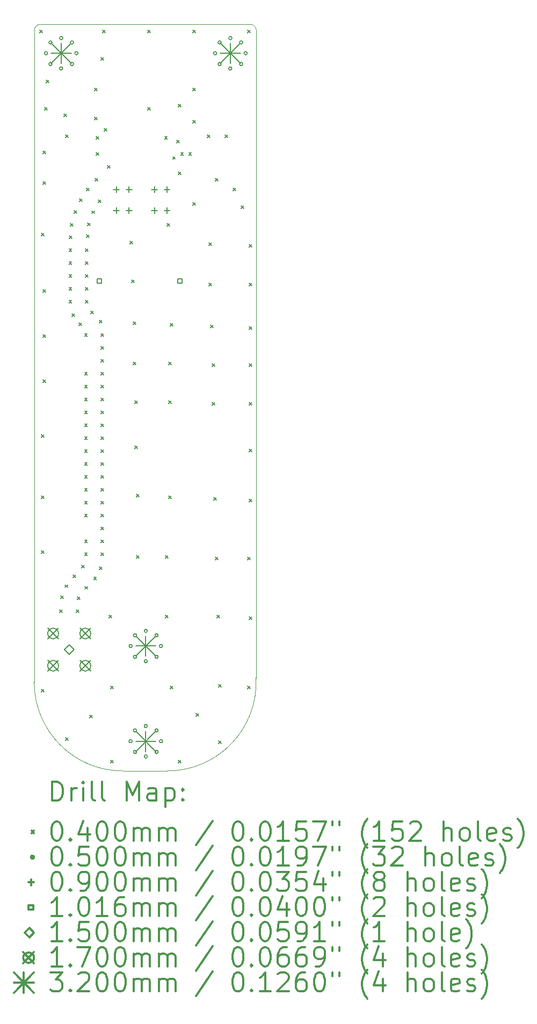
<source format=gbr>
%FSLAX45Y45*%
G04 Gerber Fmt 4.5, Leading zero omitted, Abs format (unit mm)*
G04 Created by KiCad (PCBNEW (5.1.10)-1) date 2022-05-18 17:58:24*
%MOMM*%
%LPD*%
G01*
G04 APERTURE LIST*
%TA.AperFunction,Profile*%
%ADD10C,0.050000*%
%TD*%
%ADD11C,0.200000*%
%ADD12C,0.300000*%
G04 APERTURE END LIST*
D10*
X16498332Y-14631679D02*
X16502000Y-14631500D01*
X13000000Y-14700000D02*
X13002000Y-14631500D01*
X14400000Y-16100000D02*
X15100000Y-16100000D01*
X16498332Y-14631679D02*
G75*
G02*
X15100000Y-16100000I-1398332J-68321D01*
G01*
X14400000Y-16100000D02*
G75*
G02*
X13000000Y-14700000I0J1400000D01*
G01*
X16402000Y-4331500D02*
G75*
G02*
X16502000Y-4431500I0J-100000D01*
G01*
X13002000Y-4431500D02*
G75*
G02*
X13102000Y-4331500I100000J0D01*
G01*
X16502000Y-13731500D02*
X16502000Y-14631500D01*
X13002000Y-4431500D02*
X13002000Y-14631500D01*
X16502000Y-4431500D02*
X16502000Y-13731500D01*
X13102000Y-4331500D02*
X16402000Y-4331500D01*
D11*
X13086400Y-4425000D02*
X13126400Y-4465000D01*
X13126400Y-4425000D02*
X13086400Y-4465000D01*
X13111800Y-7625400D02*
X13151800Y-7665400D01*
X13151800Y-7625400D02*
X13111800Y-7665400D01*
X13111800Y-10800400D02*
X13151800Y-10840400D01*
X13151800Y-10800400D02*
X13111800Y-10840400D01*
X13111800Y-11765600D02*
X13151800Y-11805600D01*
X13151800Y-11765600D02*
X13111800Y-11805600D01*
X13111800Y-12629200D02*
X13151800Y-12669200D01*
X13151800Y-12629200D02*
X13111800Y-12669200D01*
X13111800Y-14813600D02*
X13151800Y-14853600D01*
X13151800Y-14813600D02*
X13111800Y-14853600D01*
X13137200Y-6330000D02*
X13177200Y-6370000D01*
X13177200Y-6330000D02*
X13137200Y-6370000D01*
X13137200Y-6812600D02*
X13177200Y-6852600D01*
X13177200Y-6812600D02*
X13137200Y-6852600D01*
X13137200Y-8514400D02*
X13177200Y-8554400D01*
X13177200Y-8514400D02*
X13137200Y-8554400D01*
X13137200Y-9225600D02*
X13177200Y-9265600D01*
X13177200Y-9225600D02*
X13137200Y-9265600D01*
X13137200Y-9936800D02*
X13177200Y-9976800D01*
X13177200Y-9936800D02*
X13137200Y-9976800D01*
X13162600Y-5644200D02*
X13202600Y-5684200D01*
X13202600Y-5644200D02*
X13162600Y-5684200D01*
X13188000Y-5212400D02*
X13228000Y-5252400D01*
X13228000Y-5212400D02*
X13188000Y-5252400D01*
X13402500Y-13558251D02*
X13442500Y-13598251D01*
X13442500Y-13558251D02*
X13402500Y-13598251D01*
X13416600Y-13340400D02*
X13456600Y-13380400D01*
X13456600Y-13340400D02*
X13416600Y-13380400D01*
X13467400Y-5745800D02*
X13507400Y-5785800D01*
X13507400Y-5745800D02*
X13467400Y-5785800D01*
X13487452Y-13167306D02*
X13527452Y-13207306D01*
X13527452Y-13167306D02*
X13487452Y-13207306D01*
X13492800Y-6076000D02*
X13532800Y-6116000D01*
X13532800Y-6076000D02*
X13492800Y-6116000D01*
X13492800Y-15575600D02*
X13532800Y-15615600D01*
X13532800Y-15575600D02*
X13492800Y-15615600D01*
X13550000Y-7870092D02*
X13590000Y-7910092D01*
X13590000Y-7870092D02*
X13550000Y-7910092D01*
X13550000Y-8073175D02*
X13590000Y-8113175D01*
X13590000Y-8073175D02*
X13550000Y-8113175D01*
X13550000Y-8276258D02*
X13590000Y-8316258D01*
X13590000Y-8276258D02*
X13550000Y-8316258D01*
X13550000Y-8479341D02*
X13590000Y-8519341D01*
X13590000Y-8479341D02*
X13550000Y-8519341D01*
X13550000Y-8682424D02*
X13590000Y-8722424D01*
X13590000Y-8682424D02*
X13550000Y-8722424D01*
X13551396Y-7667026D02*
X13591396Y-7707026D01*
X13591396Y-7667026D02*
X13551396Y-7707026D01*
X13569000Y-7473000D02*
X13609000Y-7513000D01*
X13609000Y-7473000D02*
X13569000Y-7513000D01*
X13594400Y-8895400D02*
X13634400Y-8935400D01*
X13634400Y-8895400D02*
X13594400Y-8935400D01*
X13616087Y-13011065D02*
X13656087Y-13051065D01*
X13656087Y-13011065D02*
X13616087Y-13051065D01*
X13630016Y-7270127D02*
X13670016Y-7310127D01*
X13670016Y-7270127D02*
X13630016Y-7310127D01*
X13662500Y-13558251D02*
X13702500Y-13598251D01*
X13702500Y-13558251D02*
X13662500Y-13598251D01*
X13683924Y-13357670D02*
X13723924Y-13397670D01*
X13723924Y-13357670D02*
X13683924Y-13397670D01*
X13707079Y-9039527D02*
X13747079Y-9079527D01*
X13747079Y-9039527D02*
X13707079Y-9079527D01*
X13713492Y-7085212D02*
X13753492Y-7125212D01*
X13753492Y-7085212D02*
X13713492Y-7125212D01*
X13749393Y-12858904D02*
X13789393Y-12898904D01*
X13789393Y-12858904D02*
X13749393Y-12898904D01*
X13794600Y-9211190D02*
X13834600Y-9251190D01*
X13834600Y-9211190D02*
X13794600Y-9251190D01*
X13794600Y-9820439D02*
X13834600Y-9860439D01*
X13834600Y-9820439D02*
X13794600Y-9860439D01*
X13794600Y-10023522D02*
X13834600Y-10063522D01*
X13834600Y-10023522D02*
X13794600Y-10063522D01*
X13794600Y-10226605D02*
X13834600Y-10266605D01*
X13834600Y-10226605D02*
X13794600Y-10266605D01*
X13794600Y-10429688D02*
X13834600Y-10469688D01*
X13834600Y-10429688D02*
X13794600Y-10469688D01*
X13794600Y-10632771D02*
X13834600Y-10672771D01*
X13834600Y-10632771D02*
X13794600Y-10672771D01*
X13794600Y-10835854D02*
X13834600Y-10875854D01*
X13834600Y-10835854D02*
X13794600Y-10875854D01*
X13794600Y-11038937D02*
X13834600Y-11078937D01*
X13834600Y-11038937D02*
X13794600Y-11078937D01*
X13794600Y-11242020D02*
X13834600Y-11282020D01*
X13834600Y-11242020D02*
X13794600Y-11282020D01*
X13794600Y-11445103D02*
X13834600Y-11485103D01*
X13834600Y-11445103D02*
X13794600Y-11485103D01*
X13794600Y-11648186D02*
X13834600Y-11688186D01*
X13834600Y-11648186D02*
X13794600Y-11688186D01*
X13794600Y-11851269D02*
X13834600Y-11891269D01*
X13834600Y-11851269D02*
X13794600Y-11891269D01*
X13794600Y-12054352D02*
X13834600Y-12094352D01*
X13834600Y-12054352D02*
X13794600Y-12094352D01*
X13794600Y-12460518D02*
X13834600Y-12500518D01*
X13834600Y-12460518D02*
X13794600Y-12500518D01*
X13794600Y-12663601D02*
X13834600Y-12703601D01*
X13834600Y-12663601D02*
X13794600Y-12703601D01*
X13800741Y-13194106D02*
X13840741Y-13234106D01*
X13840741Y-13194106D02*
X13800741Y-13234106D01*
X13810000Y-7870092D02*
X13850000Y-7910092D01*
X13850000Y-7870092D02*
X13810000Y-7910092D01*
X13810000Y-8073175D02*
X13850000Y-8113175D01*
X13850000Y-8073175D02*
X13810000Y-8113175D01*
X13810000Y-8276258D02*
X13850000Y-8316258D01*
X13850000Y-8276258D02*
X13810000Y-8316258D01*
X13810000Y-8479341D02*
X13850000Y-8519341D01*
X13850000Y-8479341D02*
X13810000Y-8519341D01*
X13810000Y-8682424D02*
X13850000Y-8722424D01*
X13850000Y-8682424D02*
X13810000Y-8722424D01*
X13823000Y-7650800D02*
X13863000Y-7690800D01*
X13863000Y-7650800D02*
X13823000Y-7690800D01*
X13823956Y-6915053D02*
X13863956Y-6955053D01*
X13863956Y-6915053D02*
X13823956Y-6955053D01*
X13841714Y-7466479D02*
X13881714Y-7506479D01*
X13881714Y-7466479D02*
X13841714Y-7506479D01*
X13873800Y-15220000D02*
X13913800Y-15260000D01*
X13913800Y-15220000D02*
X13873800Y-15260000D01*
X13891733Y-8856485D02*
X13931733Y-8896485D01*
X13931733Y-8856485D02*
X13891733Y-8896485D01*
X13908939Y-7275169D02*
X13948939Y-7315169D01*
X13948939Y-7275169D02*
X13908939Y-7315169D01*
X13938450Y-13045214D02*
X13978450Y-13085214D01*
X13978450Y-13045214D02*
X13938450Y-13085214D01*
X13950000Y-5339400D02*
X13990000Y-5379400D01*
X13990000Y-5339400D02*
X13950000Y-5379400D01*
X13950000Y-5796600D02*
X13990000Y-5836600D01*
X13990000Y-5796600D02*
X13950000Y-5836600D01*
X13958487Y-6763165D02*
X13998487Y-6803165D01*
X13998487Y-6763165D02*
X13958487Y-6803165D01*
X13977000Y-6103000D02*
X14017000Y-6143000D01*
X14017000Y-6103000D02*
X13977000Y-6143000D01*
X13977000Y-6357000D02*
X14017000Y-6397000D01*
X14017000Y-6357000D02*
X13977000Y-6397000D01*
X14010765Y-7099840D02*
X14050765Y-7139840D01*
X14050765Y-7099840D02*
X14010765Y-7139840D01*
X14026200Y-8997000D02*
X14066200Y-9037000D01*
X14066200Y-8997000D02*
X14026200Y-9037000D01*
X14026200Y-12883200D02*
X14066200Y-12923200D01*
X14066200Y-12883200D02*
X14026200Y-12923200D01*
X14051600Y-4856800D02*
X14091600Y-4896800D01*
X14091600Y-4856800D02*
X14051600Y-4896800D01*
X14054600Y-9211190D02*
X14094600Y-9251190D01*
X14094600Y-9211190D02*
X14054600Y-9251190D01*
X14054600Y-9414273D02*
X14094600Y-9454273D01*
X14094600Y-9414273D02*
X14054600Y-9454273D01*
X14054600Y-9617356D02*
X14094600Y-9657356D01*
X14094600Y-9617356D02*
X14054600Y-9657356D01*
X14054600Y-9820439D02*
X14094600Y-9860439D01*
X14094600Y-9820439D02*
X14054600Y-9860439D01*
X14054600Y-10023522D02*
X14094600Y-10063522D01*
X14094600Y-10023522D02*
X14054600Y-10063522D01*
X14054600Y-10226605D02*
X14094600Y-10266605D01*
X14094600Y-10226605D02*
X14054600Y-10266605D01*
X14054600Y-10429688D02*
X14094600Y-10469688D01*
X14094600Y-10429688D02*
X14054600Y-10469688D01*
X14054600Y-10632771D02*
X14094600Y-10672771D01*
X14094600Y-10632771D02*
X14054600Y-10672771D01*
X14054600Y-10835854D02*
X14094600Y-10875854D01*
X14094600Y-10835854D02*
X14054600Y-10875854D01*
X14054600Y-11038937D02*
X14094600Y-11078937D01*
X14094600Y-11038937D02*
X14054600Y-11078937D01*
X14054600Y-11242020D02*
X14094600Y-11282020D01*
X14094600Y-11242020D02*
X14054600Y-11282020D01*
X14054600Y-11445103D02*
X14094600Y-11485103D01*
X14094600Y-11445103D02*
X14054600Y-11485103D01*
X14054600Y-11648186D02*
X14094600Y-11688186D01*
X14094600Y-11648186D02*
X14054600Y-11688186D01*
X14054600Y-11851269D02*
X14094600Y-11891269D01*
X14094600Y-11851269D02*
X14054600Y-11891269D01*
X14054600Y-12054352D02*
X14094600Y-12094352D01*
X14094600Y-12054352D02*
X14054600Y-12094352D01*
X14054600Y-12257435D02*
X14094600Y-12297435D01*
X14094600Y-12257435D02*
X14054600Y-12297435D01*
X14054600Y-12460518D02*
X14094600Y-12500518D01*
X14094600Y-12460518D02*
X14054600Y-12500518D01*
X14054600Y-12663601D02*
X14094600Y-12703601D01*
X14094600Y-12663601D02*
X14054600Y-12703601D01*
X14077000Y-4425000D02*
X14117000Y-4465000D01*
X14117000Y-4425000D02*
X14077000Y-4465000D01*
X14104000Y-5976000D02*
X14144000Y-6016000D01*
X14144000Y-5976000D02*
X14104000Y-6016000D01*
X14153200Y-6558600D02*
X14193200Y-6598600D01*
X14193200Y-6558600D02*
X14153200Y-6598600D01*
X14178600Y-13645200D02*
X14218600Y-13685200D01*
X14218600Y-13645200D02*
X14178600Y-13685200D01*
X14204000Y-14762800D02*
X14244000Y-14802800D01*
X14244000Y-14762800D02*
X14204000Y-14802800D01*
X14204000Y-15931200D02*
X14244000Y-15971200D01*
X14244000Y-15931200D02*
X14204000Y-15971200D01*
X14508800Y-7752400D02*
X14548800Y-7792400D01*
X14548800Y-7752400D02*
X14508800Y-7792400D01*
X14534200Y-8362000D02*
X14574200Y-8402000D01*
X14574200Y-8362000D02*
X14534200Y-8402000D01*
X14559600Y-9022400D02*
X14599600Y-9062400D01*
X14599600Y-9022400D02*
X14559600Y-9062400D01*
X14559600Y-9657400D02*
X14599600Y-9697400D01*
X14599600Y-9657400D02*
X14559600Y-9697400D01*
X14585000Y-10267000D02*
X14625000Y-10307000D01*
X14625000Y-10267000D02*
X14585000Y-10307000D01*
X14585000Y-10978200D02*
X14625000Y-11018200D01*
X14625000Y-10978200D02*
X14585000Y-11018200D01*
X14610400Y-11740200D02*
X14650400Y-11780200D01*
X14650400Y-11740200D02*
X14610400Y-11780200D01*
X14610400Y-12705400D02*
X14650400Y-12745400D01*
X14650400Y-12705400D02*
X14610400Y-12745400D01*
X14788200Y-4425000D02*
X14828200Y-4465000D01*
X14828200Y-4425000D02*
X14788200Y-4465000D01*
X14788200Y-5644200D02*
X14828200Y-5684200D01*
X14828200Y-5644200D02*
X14788200Y-5684200D01*
X15056500Y-6103000D02*
X15096500Y-6143000D01*
X15096500Y-6103000D02*
X15056500Y-6143000D01*
X15067600Y-12705400D02*
X15107600Y-12745400D01*
X15107600Y-12705400D02*
X15067600Y-12745400D01*
X15067600Y-13645200D02*
X15107600Y-13685200D01*
X15107600Y-13645200D02*
X15067600Y-13685200D01*
X15093000Y-7473000D02*
X15133000Y-7513000D01*
X15133000Y-7473000D02*
X15093000Y-7513000D01*
X15118400Y-9657400D02*
X15158400Y-9697400D01*
X15158400Y-9657400D02*
X15118400Y-9697400D01*
X15118400Y-10267000D02*
X15158400Y-10307000D01*
X15158400Y-10267000D02*
X15118400Y-10307000D01*
X15118400Y-11765600D02*
X15158400Y-11805600D01*
X15158400Y-11765600D02*
X15118400Y-11805600D01*
X15143800Y-9047800D02*
X15183800Y-9087800D01*
X15183800Y-9047800D02*
X15143800Y-9087800D01*
X15143800Y-14762800D02*
X15183800Y-14802800D01*
X15183800Y-14762800D02*
X15143800Y-14802800D01*
X15183500Y-6420500D02*
X15223500Y-6460500D01*
X15223500Y-6420500D02*
X15183500Y-6460500D01*
X15247000Y-6163450D02*
X15287000Y-6203450D01*
X15287000Y-6163450D02*
X15247000Y-6203450D01*
X15270800Y-5593400D02*
X15310800Y-5633400D01*
X15310800Y-5593400D02*
X15270800Y-5633400D01*
X15270800Y-6660200D02*
X15310800Y-6700200D01*
X15310800Y-6660200D02*
X15270800Y-6700200D01*
X15270800Y-15931200D02*
X15310800Y-15971200D01*
X15310800Y-15931200D02*
X15270800Y-15971200D01*
X15310500Y-6357000D02*
X15350500Y-6397000D01*
X15350500Y-6357000D02*
X15310500Y-6397000D01*
X15437500Y-6357000D02*
X15477500Y-6397000D01*
X15477500Y-6357000D02*
X15437500Y-6397000D01*
X15499400Y-4425000D02*
X15539400Y-4465000D01*
X15539400Y-4425000D02*
X15499400Y-4465000D01*
X15499400Y-5339400D02*
X15539400Y-5379400D01*
X15539400Y-5339400D02*
X15499400Y-5379400D01*
X15499400Y-7142800D02*
X15539400Y-7182800D01*
X15539400Y-7142800D02*
X15499400Y-7182800D01*
X15501000Y-5849000D02*
X15541000Y-5889000D01*
X15541000Y-5849000D02*
X15501000Y-5889000D01*
X15550200Y-15194600D02*
X15590200Y-15234600D01*
X15590200Y-15194600D02*
X15550200Y-15234600D01*
X15728000Y-6076000D02*
X15768000Y-6116000D01*
X15768000Y-6076000D02*
X15728000Y-6116000D01*
X15753400Y-7777800D02*
X15793400Y-7817800D01*
X15793400Y-7777800D02*
X15753400Y-7817800D01*
X15753400Y-8412800D02*
X15793400Y-8452800D01*
X15793400Y-8412800D02*
X15753400Y-8452800D01*
X15778800Y-9073200D02*
X15818800Y-9113200D01*
X15818800Y-9073200D02*
X15778800Y-9113200D01*
X15804200Y-9682800D02*
X15844200Y-9722800D01*
X15844200Y-9682800D02*
X15804200Y-9722800D01*
X15804200Y-10292400D02*
X15844200Y-10332400D01*
X15844200Y-10292400D02*
X15804200Y-10332400D01*
X15829600Y-11791000D02*
X15869600Y-11831000D01*
X15869600Y-11791000D02*
X15829600Y-11831000D01*
X15855000Y-6761800D02*
X15895000Y-6801800D01*
X15895000Y-6761800D02*
X15855000Y-6801800D01*
X15855000Y-12730800D02*
X15895000Y-12770800D01*
X15895000Y-12730800D02*
X15855000Y-12770800D01*
X15880400Y-13645200D02*
X15920400Y-13685200D01*
X15920400Y-13645200D02*
X15880400Y-13685200D01*
X15905800Y-14737400D02*
X15945800Y-14777400D01*
X15945800Y-14737400D02*
X15905800Y-14777400D01*
X15905800Y-15626400D02*
X15945800Y-15666400D01*
X15945800Y-15626400D02*
X15905800Y-15666400D01*
X16007400Y-6076000D02*
X16047400Y-6116000D01*
X16047400Y-6076000D02*
X16007400Y-6116000D01*
X16134400Y-6914200D02*
X16174400Y-6954200D01*
X16174400Y-6914200D02*
X16134400Y-6954200D01*
X16261400Y-7193600D02*
X16301400Y-7233600D01*
X16301400Y-7193600D02*
X16261400Y-7233600D01*
X16363000Y-4425000D02*
X16403000Y-4465000D01*
X16403000Y-4425000D02*
X16363000Y-4465000D01*
X16363000Y-12730800D02*
X16403000Y-12770800D01*
X16403000Y-12730800D02*
X16363000Y-12770800D01*
X16363000Y-14762800D02*
X16403000Y-14802800D01*
X16403000Y-14762800D02*
X16363000Y-14802800D01*
X16388400Y-7803200D02*
X16428400Y-7843200D01*
X16428400Y-7803200D02*
X16388400Y-7843200D01*
X16388400Y-8412800D02*
X16428400Y-8452800D01*
X16428400Y-8412800D02*
X16388400Y-8452800D01*
X16388400Y-9098600D02*
X16428400Y-9138600D01*
X16428400Y-9098600D02*
X16388400Y-9138600D01*
X16388400Y-9682800D02*
X16428400Y-9722800D01*
X16428400Y-9682800D02*
X16388400Y-9722800D01*
X16388400Y-10292400D02*
X16428400Y-10332400D01*
X16428400Y-10292400D02*
X16388400Y-10332400D01*
X16388400Y-11029000D02*
X16428400Y-11069000D01*
X16428400Y-11029000D02*
X16388400Y-11069000D01*
X16388400Y-11816400D02*
X16428400Y-11856400D01*
X16428400Y-11816400D02*
X16388400Y-11856400D01*
X16388400Y-13670600D02*
X16428400Y-13710600D01*
X16428400Y-13670600D02*
X16388400Y-13710600D01*
X13210500Y-4789500D02*
G75*
G03*
X13210500Y-4789500I-25000J0D01*
G01*
X13280794Y-4619794D02*
G75*
G03*
X13280794Y-4619794I-25000J0D01*
G01*
X13280794Y-4959206D02*
G75*
G03*
X13280794Y-4959206I-25000J0D01*
G01*
X13450500Y-4549500D02*
G75*
G03*
X13450500Y-4549500I-25000J0D01*
G01*
X13450500Y-5029500D02*
G75*
G03*
X13450500Y-5029500I-25000J0D01*
G01*
X13620206Y-4619794D02*
G75*
G03*
X13620206Y-4619794I-25000J0D01*
G01*
X13620206Y-4959206D02*
G75*
G03*
X13620206Y-4959206I-25000J0D01*
G01*
X13690500Y-4789500D02*
G75*
G03*
X13690500Y-4789500I-25000J0D01*
G01*
X14544000Y-14131500D02*
G75*
G03*
X14544000Y-14131500I-25000J0D01*
G01*
X14544000Y-15631500D02*
G75*
G03*
X14544000Y-15631500I-25000J0D01*
G01*
X14614294Y-13961794D02*
G75*
G03*
X14614294Y-13961794I-25000J0D01*
G01*
X14614294Y-14301206D02*
G75*
G03*
X14614294Y-14301206I-25000J0D01*
G01*
X14614294Y-15461794D02*
G75*
G03*
X14614294Y-15461794I-25000J0D01*
G01*
X14614294Y-15801206D02*
G75*
G03*
X14614294Y-15801206I-25000J0D01*
G01*
X14784000Y-13891500D02*
G75*
G03*
X14784000Y-13891500I-25000J0D01*
G01*
X14784000Y-14371500D02*
G75*
G03*
X14784000Y-14371500I-25000J0D01*
G01*
X14784000Y-15391500D02*
G75*
G03*
X14784000Y-15391500I-25000J0D01*
G01*
X14784000Y-15871500D02*
G75*
G03*
X14784000Y-15871500I-25000J0D01*
G01*
X14953706Y-13961794D02*
G75*
G03*
X14953706Y-13961794I-25000J0D01*
G01*
X14953706Y-14301206D02*
G75*
G03*
X14953706Y-14301206I-25000J0D01*
G01*
X14953706Y-15461794D02*
G75*
G03*
X14953706Y-15461794I-25000J0D01*
G01*
X14953706Y-15801206D02*
G75*
G03*
X14953706Y-15801206I-25000J0D01*
G01*
X15024000Y-14131500D02*
G75*
G03*
X15024000Y-14131500I-25000J0D01*
G01*
X15024000Y-15631500D02*
G75*
G03*
X15024000Y-15631500I-25000J0D01*
G01*
X15877500Y-4789500D02*
G75*
G03*
X15877500Y-4789500I-25000J0D01*
G01*
X15947794Y-4619794D02*
G75*
G03*
X15947794Y-4619794I-25000J0D01*
G01*
X15947794Y-4959206D02*
G75*
G03*
X15947794Y-4959206I-25000J0D01*
G01*
X16117500Y-4549500D02*
G75*
G03*
X16117500Y-4549500I-25000J0D01*
G01*
X16117500Y-5029500D02*
G75*
G03*
X16117500Y-5029500I-25000J0D01*
G01*
X16287206Y-4619794D02*
G75*
G03*
X16287206Y-4619794I-25000J0D01*
G01*
X16287206Y-4959206D02*
G75*
G03*
X16287206Y-4959206I-25000J0D01*
G01*
X16357500Y-4789500D02*
G75*
G03*
X16357500Y-4789500I-25000J0D01*
G01*
X14295500Y-6891000D02*
X14295500Y-6981000D01*
X14250500Y-6936000D02*
X14340500Y-6936000D01*
X14295500Y-7221000D02*
X14295500Y-7311000D01*
X14250500Y-7266000D02*
X14340500Y-7266000D01*
X14495500Y-6891000D02*
X14495500Y-6981000D01*
X14450500Y-6936000D02*
X14540500Y-6936000D01*
X14495500Y-7221000D02*
X14495500Y-7311000D01*
X14450500Y-7266000D02*
X14540500Y-7266000D01*
X14895500Y-6891000D02*
X14895500Y-6981000D01*
X14850500Y-6936000D02*
X14940500Y-6936000D01*
X14895500Y-7221000D02*
X14895500Y-7311000D01*
X14850500Y-7266000D02*
X14940500Y-7266000D01*
X15095500Y-6891000D02*
X15095500Y-6981000D01*
X15050500Y-6936000D02*
X15140500Y-6936000D01*
X15095500Y-7221000D02*
X15095500Y-7311000D01*
X15050500Y-7266000D02*
X15140500Y-7266000D01*
X14062421Y-8412421D02*
X14062421Y-8340579D01*
X13990579Y-8340579D01*
X13990579Y-8412421D01*
X14062421Y-8412421D01*
X15332421Y-8412421D02*
X15332421Y-8340579D01*
X15260579Y-8340579D01*
X15260579Y-8412421D01*
X15332421Y-8412421D01*
X13552500Y-14262500D02*
X13627500Y-14187500D01*
X13552500Y-14112500D01*
X13477500Y-14187500D01*
X13552500Y-14262500D01*
X13213500Y-13848500D02*
X13383500Y-14018500D01*
X13383500Y-13848500D02*
X13213500Y-14018500D01*
X13383500Y-13933500D02*
G75*
G03*
X13383500Y-13933500I-85000J0D01*
G01*
X13213500Y-14356500D02*
X13383500Y-14526500D01*
X13383500Y-14356500D02*
X13213500Y-14526500D01*
X13383500Y-14441500D02*
G75*
G03*
X13383500Y-14441500I-85000J0D01*
G01*
X13721500Y-13848500D02*
X13891500Y-14018500D01*
X13891500Y-13848500D02*
X13721500Y-14018500D01*
X13891500Y-13933500D02*
G75*
G03*
X13891500Y-13933500I-85000J0D01*
G01*
X13721500Y-14356500D02*
X13891500Y-14526500D01*
X13891500Y-14356500D02*
X13721500Y-14526500D01*
X13891500Y-14441500D02*
G75*
G03*
X13891500Y-14441500I-85000J0D01*
G01*
X13265500Y-4629500D02*
X13585500Y-4949500D01*
X13585500Y-4629500D02*
X13265500Y-4949500D01*
X13425500Y-4629500D02*
X13425500Y-4949500D01*
X13265500Y-4789500D02*
X13585500Y-4789500D01*
X14599000Y-13971500D02*
X14919000Y-14291500D01*
X14919000Y-13971500D02*
X14599000Y-14291500D01*
X14759000Y-13971500D02*
X14759000Y-14291500D01*
X14599000Y-14131500D02*
X14919000Y-14131500D01*
X14599000Y-15471500D02*
X14919000Y-15791500D01*
X14919000Y-15471500D02*
X14599000Y-15791500D01*
X14759000Y-15471500D02*
X14759000Y-15791500D01*
X14599000Y-15631500D02*
X14919000Y-15631500D01*
X15932500Y-4629500D02*
X16252500Y-4949500D01*
X16252500Y-4629500D02*
X15932500Y-4949500D01*
X16092500Y-4629500D02*
X16092500Y-4949500D01*
X15932500Y-4789500D02*
X16252500Y-4789500D01*
D12*
X13283928Y-16568214D02*
X13283928Y-16268214D01*
X13355357Y-16268214D01*
X13398214Y-16282500D01*
X13426786Y-16311071D01*
X13441071Y-16339643D01*
X13455357Y-16396786D01*
X13455357Y-16439643D01*
X13441071Y-16496786D01*
X13426786Y-16525357D01*
X13398214Y-16553929D01*
X13355357Y-16568214D01*
X13283928Y-16568214D01*
X13583928Y-16568214D02*
X13583928Y-16368214D01*
X13583928Y-16425357D02*
X13598214Y-16396786D01*
X13612500Y-16382500D01*
X13641071Y-16368214D01*
X13669643Y-16368214D01*
X13769643Y-16568214D02*
X13769643Y-16368214D01*
X13769643Y-16268214D02*
X13755357Y-16282500D01*
X13769643Y-16296786D01*
X13783928Y-16282500D01*
X13769643Y-16268214D01*
X13769643Y-16296786D01*
X13955357Y-16568214D02*
X13926786Y-16553929D01*
X13912500Y-16525357D01*
X13912500Y-16268214D01*
X14112500Y-16568214D02*
X14083928Y-16553929D01*
X14069643Y-16525357D01*
X14069643Y-16268214D01*
X14455357Y-16568214D02*
X14455357Y-16268214D01*
X14555357Y-16482500D01*
X14655357Y-16268214D01*
X14655357Y-16568214D01*
X14926786Y-16568214D02*
X14926786Y-16411071D01*
X14912500Y-16382500D01*
X14883928Y-16368214D01*
X14826786Y-16368214D01*
X14798214Y-16382500D01*
X14926786Y-16553929D02*
X14898214Y-16568214D01*
X14826786Y-16568214D01*
X14798214Y-16553929D01*
X14783928Y-16525357D01*
X14783928Y-16496786D01*
X14798214Y-16468214D01*
X14826786Y-16453929D01*
X14898214Y-16453929D01*
X14926786Y-16439643D01*
X15069643Y-16368214D02*
X15069643Y-16668214D01*
X15069643Y-16382500D02*
X15098214Y-16368214D01*
X15155357Y-16368214D01*
X15183928Y-16382500D01*
X15198214Y-16396786D01*
X15212500Y-16425357D01*
X15212500Y-16511071D01*
X15198214Y-16539643D01*
X15183928Y-16553929D01*
X15155357Y-16568214D01*
X15098214Y-16568214D01*
X15069643Y-16553929D01*
X15341071Y-16539643D02*
X15355357Y-16553929D01*
X15341071Y-16568214D01*
X15326786Y-16553929D01*
X15341071Y-16539643D01*
X15341071Y-16568214D01*
X15341071Y-16382500D02*
X15355357Y-16396786D01*
X15341071Y-16411071D01*
X15326786Y-16396786D01*
X15341071Y-16382500D01*
X15341071Y-16411071D01*
X12957500Y-17042500D02*
X12997500Y-17082500D01*
X12997500Y-17042500D02*
X12957500Y-17082500D01*
X13341071Y-16898214D02*
X13369643Y-16898214D01*
X13398214Y-16912500D01*
X13412500Y-16926786D01*
X13426786Y-16955357D01*
X13441071Y-17012500D01*
X13441071Y-17083929D01*
X13426786Y-17141072D01*
X13412500Y-17169643D01*
X13398214Y-17183929D01*
X13369643Y-17198214D01*
X13341071Y-17198214D01*
X13312500Y-17183929D01*
X13298214Y-17169643D01*
X13283928Y-17141072D01*
X13269643Y-17083929D01*
X13269643Y-17012500D01*
X13283928Y-16955357D01*
X13298214Y-16926786D01*
X13312500Y-16912500D01*
X13341071Y-16898214D01*
X13569643Y-17169643D02*
X13583928Y-17183929D01*
X13569643Y-17198214D01*
X13555357Y-17183929D01*
X13569643Y-17169643D01*
X13569643Y-17198214D01*
X13841071Y-16998214D02*
X13841071Y-17198214D01*
X13769643Y-16883929D02*
X13698214Y-17098214D01*
X13883928Y-17098214D01*
X14055357Y-16898214D02*
X14083928Y-16898214D01*
X14112500Y-16912500D01*
X14126786Y-16926786D01*
X14141071Y-16955357D01*
X14155357Y-17012500D01*
X14155357Y-17083929D01*
X14141071Y-17141072D01*
X14126786Y-17169643D01*
X14112500Y-17183929D01*
X14083928Y-17198214D01*
X14055357Y-17198214D01*
X14026786Y-17183929D01*
X14012500Y-17169643D01*
X13998214Y-17141072D01*
X13983928Y-17083929D01*
X13983928Y-17012500D01*
X13998214Y-16955357D01*
X14012500Y-16926786D01*
X14026786Y-16912500D01*
X14055357Y-16898214D01*
X14341071Y-16898214D02*
X14369643Y-16898214D01*
X14398214Y-16912500D01*
X14412500Y-16926786D01*
X14426786Y-16955357D01*
X14441071Y-17012500D01*
X14441071Y-17083929D01*
X14426786Y-17141072D01*
X14412500Y-17169643D01*
X14398214Y-17183929D01*
X14369643Y-17198214D01*
X14341071Y-17198214D01*
X14312500Y-17183929D01*
X14298214Y-17169643D01*
X14283928Y-17141072D01*
X14269643Y-17083929D01*
X14269643Y-17012500D01*
X14283928Y-16955357D01*
X14298214Y-16926786D01*
X14312500Y-16912500D01*
X14341071Y-16898214D01*
X14569643Y-17198214D02*
X14569643Y-16998214D01*
X14569643Y-17026786D02*
X14583928Y-17012500D01*
X14612500Y-16998214D01*
X14655357Y-16998214D01*
X14683928Y-17012500D01*
X14698214Y-17041072D01*
X14698214Y-17198214D01*
X14698214Y-17041072D02*
X14712500Y-17012500D01*
X14741071Y-16998214D01*
X14783928Y-16998214D01*
X14812500Y-17012500D01*
X14826786Y-17041072D01*
X14826786Y-17198214D01*
X14969643Y-17198214D02*
X14969643Y-16998214D01*
X14969643Y-17026786D02*
X14983928Y-17012500D01*
X15012500Y-16998214D01*
X15055357Y-16998214D01*
X15083928Y-17012500D01*
X15098214Y-17041072D01*
X15098214Y-17198214D01*
X15098214Y-17041072D02*
X15112500Y-17012500D01*
X15141071Y-16998214D01*
X15183928Y-16998214D01*
X15212500Y-17012500D01*
X15226786Y-17041072D01*
X15226786Y-17198214D01*
X15812500Y-16883929D02*
X15555357Y-17269643D01*
X16198214Y-16898214D02*
X16226786Y-16898214D01*
X16255357Y-16912500D01*
X16269643Y-16926786D01*
X16283928Y-16955357D01*
X16298214Y-17012500D01*
X16298214Y-17083929D01*
X16283928Y-17141072D01*
X16269643Y-17169643D01*
X16255357Y-17183929D01*
X16226786Y-17198214D01*
X16198214Y-17198214D01*
X16169643Y-17183929D01*
X16155357Y-17169643D01*
X16141071Y-17141072D01*
X16126786Y-17083929D01*
X16126786Y-17012500D01*
X16141071Y-16955357D01*
X16155357Y-16926786D01*
X16169643Y-16912500D01*
X16198214Y-16898214D01*
X16426786Y-17169643D02*
X16441071Y-17183929D01*
X16426786Y-17198214D01*
X16412500Y-17183929D01*
X16426786Y-17169643D01*
X16426786Y-17198214D01*
X16626786Y-16898214D02*
X16655357Y-16898214D01*
X16683928Y-16912500D01*
X16698214Y-16926786D01*
X16712500Y-16955357D01*
X16726786Y-17012500D01*
X16726786Y-17083929D01*
X16712500Y-17141072D01*
X16698214Y-17169643D01*
X16683928Y-17183929D01*
X16655357Y-17198214D01*
X16626786Y-17198214D01*
X16598214Y-17183929D01*
X16583928Y-17169643D01*
X16569643Y-17141072D01*
X16555357Y-17083929D01*
X16555357Y-17012500D01*
X16569643Y-16955357D01*
X16583928Y-16926786D01*
X16598214Y-16912500D01*
X16626786Y-16898214D01*
X17012500Y-17198214D02*
X16841071Y-17198214D01*
X16926786Y-17198214D02*
X16926786Y-16898214D01*
X16898214Y-16941072D01*
X16869643Y-16969643D01*
X16841071Y-16983929D01*
X17283928Y-16898214D02*
X17141071Y-16898214D01*
X17126786Y-17041072D01*
X17141071Y-17026786D01*
X17169643Y-17012500D01*
X17241071Y-17012500D01*
X17269643Y-17026786D01*
X17283928Y-17041072D01*
X17298214Y-17069643D01*
X17298214Y-17141072D01*
X17283928Y-17169643D01*
X17269643Y-17183929D01*
X17241071Y-17198214D01*
X17169643Y-17198214D01*
X17141071Y-17183929D01*
X17126786Y-17169643D01*
X17398214Y-16898214D02*
X17598214Y-16898214D01*
X17469643Y-17198214D01*
X17698214Y-16898214D02*
X17698214Y-16955357D01*
X17812500Y-16898214D02*
X17812500Y-16955357D01*
X18255357Y-17312500D02*
X18241071Y-17298214D01*
X18212500Y-17255357D01*
X18198214Y-17226786D01*
X18183928Y-17183929D01*
X18169643Y-17112500D01*
X18169643Y-17055357D01*
X18183928Y-16983929D01*
X18198214Y-16941072D01*
X18212500Y-16912500D01*
X18241071Y-16869643D01*
X18255357Y-16855357D01*
X18526786Y-17198214D02*
X18355357Y-17198214D01*
X18441071Y-17198214D02*
X18441071Y-16898214D01*
X18412500Y-16941072D01*
X18383928Y-16969643D01*
X18355357Y-16983929D01*
X18798214Y-16898214D02*
X18655357Y-16898214D01*
X18641071Y-17041072D01*
X18655357Y-17026786D01*
X18683928Y-17012500D01*
X18755357Y-17012500D01*
X18783928Y-17026786D01*
X18798214Y-17041072D01*
X18812500Y-17069643D01*
X18812500Y-17141072D01*
X18798214Y-17169643D01*
X18783928Y-17183929D01*
X18755357Y-17198214D01*
X18683928Y-17198214D01*
X18655357Y-17183929D01*
X18641071Y-17169643D01*
X18926786Y-16926786D02*
X18941071Y-16912500D01*
X18969643Y-16898214D01*
X19041071Y-16898214D01*
X19069643Y-16912500D01*
X19083928Y-16926786D01*
X19098214Y-16955357D01*
X19098214Y-16983929D01*
X19083928Y-17026786D01*
X18912500Y-17198214D01*
X19098214Y-17198214D01*
X19455357Y-17198214D02*
X19455357Y-16898214D01*
X19583928Y-17198214D02*
X19583928Y-17041072D01*
X19569643Y-17012500D01*
X19541071Y-16998214D01*
X19498214Y-16998214D01*
X19469643Y-17012500D01*
X19455357Y-17026786D01*
X19769643Y-17198214D02*
X19741071Y-17183929D01*
X19726786Y-17169643D01*
X19712500Y-17141072D01*
X19712500Y-17055357D01*
X19726786Y-17026786D01*
X19741071Y-17012500D01*
X19769643Y-16998214D01*
X19812500Y-16998214D01*
X19841071Y-17012500D01*
X19855357Y-17026786D01*
X19869643Y-17055357D01*
X19869643Y-17141072D01*
X19855357Y-17169643D01*
X19841071Y-17183929D01*
X19812500Y-17198214D01*
X19769643Y-17198214D01*
X20041071Y-17198214D02*
X20012500Y-17183929D01*
X19998214Y-17155357D01*
X19998214Y-16898214D01*
X20269643Y-17183929D02*
X20241071Y-17198214D01*
X20183928Y-17198214D01*
X20155357Y-17183929D01*
X20141071Y-17155357D01*
X20141071Y-17041072D01*
X20155357Y-17012500D01*
X20183928Y-16998214D01*
X20241071Y-16998214D01*
X20269643Y-17012500D01*
X20283928Y-17041072D01*
X20283928Y-17069643D01*
X20141071Y-17098214D01*
X20398214Y-17183929D02*
X20426786Y-17198214D01*
X20483928Y-17198214D01*
X20512500Y-17183929D01*
X20526786Y-17155357D01*
X20526786Y-17141072D01*
X20512500Y-17112500D01*
X20483928Y-17098214D01*
X20441071Y-17098214D01*
X20412500Y-17083929D01*
X20398214Y-17055357D01*
X20398214Y-17041072D01*
X20412500Y-17012500D01*
X20441071Y-16998214D01*
X20483928Y-16998214D01*
X20512500Y-17012500D01*
X20626786Y-17312500D02*
X20641071Y-17298214D01*
X20669643Y-17255357D01*
X20683928Y-17226786D01*
X20698214Y-17183929D01*
X20712500Y-17112500D01*
X20712500Y-17055357D01*
X20698214Y-16983929D01*
X20683928Y-16941072D01*
X20669643Y-16912500D01*
X20641071Y-16869643D01*
X20626786Y-16855357D01*
X12997500Y-17458500D02*
G75*
G03*
X12997500Y-17458500I-25000J0D01*
G01*
X13341071Y-17294214D02*
X13369643Y-17294214D01*
X13398214Y-17308500D01*
X13412500Y-17322786D01*
X13426786Y-17351357D01*
X13441071Y-17408500D01*
X13441071Y-17479929D01*
X13426786Y-17537072D01*
X13412500Y-17565643D01*
X13398214Y-17579929D01*
X13369643Y-17594214D01*
X13341071Y-17594214D01*
X13312500Y-17579929D01*
X13298214Y-17565643D01*
X13283928Y-17537072D01*
X13269643Y-17479929D01*
X13269643Y-17408500D01*
X13283928Y-17351357D01*
X13298214Y-17322786D01*
X13312500Y-17308500D01*
X13341071Y-17294214D01*
X13569643Y-17565643D02*
X13583928Y-17579929D01*
X13569643Y-17594214D01*
X13555357Y-17579929D01*
X13569643Y-17565643D01*
X13569643Y-17594214D01*
X13855357Y-17294214D02*
X13712500Y-17294214D01*
X13698214Y-17437072D01*
X13712500Y-17422786D01*
X13741071Y-17408500D01*
X13812500Y-17408500D01*
X13841071Y-17422786D01*
X13855357Y-17437072D01*
X13869643Y-17465643D01*
X13869643Y-17537072D01*
X13855357Y-17565643D01*
X13841071Y-17579929D01*
X13812500Y-17594214D01*
X13741071Y-17594214D01*
X13712500Y-17579929D01*
X13698214Y-17565643D01*
X14055357Y-17294214D02*
X14083928Y-17294214D01*
X14112500Y-17308500D01*
X14126786Y-17322786D01*
X14141071Y-17351357D01*
X14155357Y-17408500D01*
X14155357Y-17479929D01*
X14141071Y-17537072D01*
X14126786Y-17565643D01*
X14112500Y-17579929D01*
X14083928Y-17594214D01*
X14055357Y-17594214D01*
X14026786Y-17579929D01*
X14012500Y-17565643D01*
X13998214Y-17537072D01*
X13983928Y-17479929D01*
X13983928Y-17408500D01*
X13998214Y-17351357D01*
X14012500Y-17322786D01*
X14026786Y-17308500D01*
X14055357Y-17294214D01*
X14341071Y-17294214D02*
X14369643Y-17294214D01*
X14398214Y-17308500D01*
X14412500Y-17322786D01*
X14426786Y-17351357D01*
X14441071Y-17408500D01*
X14441071Y-17479929D01*
X14426786Y-17537072D01*
X14412500Y-17565643D01*
X14398214Y-17579929D01*
X14369643Y-17594214D01*
X14341071Y-17594214D01*
X14312500Y-17579929D01*
X14298214Y-17565643D01*
X14283928Y-17537072D01*
X14269643Y-17479929D01*
X14269643Y-17408500D01*
X14283928Y-17351357D01*
X14298214Y-17322786D01*
X14312500Y-17308500D01*
X14341071Y-17294214D01*
X14569643Y-17594214D02*
X14569643Y-17394214D01*
X14569643Y-17422786D02*
X14583928Y-17408500D01*
X14612500Y-17394214D01*
X14655357Y-17394214D01*
X14683928Y-17408500D01*
X14698214Y-17437072D01*
X14698214Y-17594214D01*
X14698214Y-17437072D02*
X14712500Y-17408500D01*
X14741071Y-17394214D01*
X14783928Y-17394214D01*
X14812500Y-17408500D01*
X14826786Y-17437072D01*
X14826786Y-17594214D01*
X14969643Y-17594214D02*
X14969643Y-17394214D01*
X14969643Y-17422786D02*
X14983928Y-17408500D01*
X15012500Y-17394214D01*
X15055357Y-17394214D01*
X15083928Y-17408500D01*
X15098214Y-17437072D01*
X15098214Y-17594214D01*
X15098214Y-17437072D02*
X15112500Y-17408500D01*
X15141071Y-17394214D01*
X15183928Y-17394214D01*
X15212500Y-17408500D01*
X15226786Y-17437072D01*
X15226786Y-17594214D01*
X15812500Y-17279929D02*
X15555357Y-17665643D01*
X16198214Y-17294214D02*
X16226786Y-17294214D01*
X16255357Y-17308500D01*
X16269643Y-17322786D01*
X16283928Y-17351357D01*
X16298214Y-17408500D01*
X16298214Y-17479929D01*
X16283928Y-17537072D01*
X16269643Y-17565643D01*
X16255357Y-17579929D01*
X16226786Y-17594214D01*
X16198214Y-17594214D01*
X16169643Y-17579929D01*
X16155357Y-17565643D01*
X16141071Y-17537072D01*
X16126786Y-17479929D01*
X16126786Y-17408500D01*
X16141071Y-17351357D01*
X16155357Y-17322786D01*
X16169643Y-17308500D01*
X16198214Y-17294214D01*
X16426786Y-17565643D02*
X16441071Y-17579929D01*
X16426786Y-17594214D01*
X16412500Y-17579929D01*
X16426786Y-17565643D01*
X16426786Y-17594214D01*
X16626786Y-17294214D02*
X16655357Y-17294214D01*
X16683928Y-17308500D01*
X16698214Y-17322786D01*
X16712500Y-17351357D01*
X16726786Y-17408500D01*
X16726786Y-17479929D01*
X16712500Y-17537072D01*
X16698214Y-17565643D01*
X16683928Y-17579929D01*
X16655357Y-17594214D01*
X16626786Y-17594214D01*
X16598214Y-17579929D01*
X16583928Y-17565643D01*
X16569643Y-17537072D01*
X16555357Y-17479929D01*
X16555357Y-17408500D01*
X16569643Y-17351357D01*
X16583928Y-17322786D01*
X16598214Y-17308500D01*
X16626786Y-17294214D01*
X17012500Y-17594214D02*
X16841071Y-17594214D01*
X16926786Y-17594214D02*
X16926786Y-17294214D01*
X16898214Y-17337072D01*
X16869643Y-17365643D01*
X16841071Y-17379929D01*
X17155357Y-17594214D02*
X17212500Y-17594214D01*
X17241071Y-17579929D01*
X17255357Y-17565643D01*
X17283928Y-17522786D01*
X17298214Y-17465643D01*
X17298214Y-17351357D01*
X17283928Y-17322786D01*
X17269643Y-17308500D01*
X17241071Y-17294214D01*
X17183928Y-17294214D01*
X17155357Y-17308500D01*
X17141071Y-17322786D01*
X17126786Y-17351357D01*
X17126786Y-17422786D01*
X17141071Y-17451357D01*
X17155357Y-17465643D01*
X17183928Y-17479929D01*
X17241071Y-17479929D01*
X17269643Y-17465643D01*
X17283928Y-17451357D01*
X17298214Y-17422786D01*
X17398214Y-17294214D02*
X17598214Y-17294214D01*
X17469643Y-17594214D01*
X17698214Y-17294214D02*
X17698214Y-17351357D01*
X17812500Y-17294214D02*
X17812500Y-17351357D01*
X18255357Y-17708500D02*
X18241071Y-17694214D01*
X18212500Y-17651357D01*
X18198214Y-17622786D01*
X18183928Y-17579929D01*
X18169643Y-17508500D01*
X18169643Y-17451357D01*
X18183928Y-17379929D01*
X18198214Y-17337072D01*
X18212500Y-17308500D01*
X18241071Y-17265643D01*
X18255357Y-17251357D01*
X18341071Y-17294214D02*
X18526786Y-17294214D01*
X18426786Y-17408500D01*
X18469643Y-17408500D01*
X18498214Y-17422786D01*
X18512500Y-17437072D01*
X18526786Y-17465643D01*
X18526786Y-17537072D01*
X18512500Y-17565643D01*
X18498214Y-17579929D01*
X18469643Y-17594214D01*
X18383928Y-17594214D01*
X18355357Y-17579929D01*
X18341071Y-17565643D01*
X18641071Y-17322786D02*
X18655357Y-17308500D01*
X18683928Y-17294214D01*
X18755357Y-17294214D01*
X18783928Y-17308500D01*
X18798214Y-17322786D01*
X18812500Y-17351357D01*
X18812500Y-17379929D01*
X18798214Y-17422786D01*
X18626786Y-17594214D01*
X18812500Y-17594214D01*
X19169643Y-17594214D02*
X19169643Y-17294214D01*
X19298214Y-17594214D02*
X19298214Y-17437072D01*
X19283928Y-17408500D01*
X19255357Y-17394214D01*
X19212500Y-17394214D01*
X19183928Y-17408500D01*
X19169643Y-17422786D01*
X19483928Y-17594214D02*
X19455357Y-17579929D01*
X19441071Y-17565643D01*
X19426786Y-17537072D01*
X19426786Y-17451357D01*
X19441071Y-17422786D01*
X19455357Y-17408500D01*
X19483928Y-17394214D01*
X19526786Y-17394214D01*
X19555357Y-17408500D01*
X19569643Y-17422786D01*
X19583928Y-17451357D01*
X19583928Y-17537072D01*
X19569643Y-17565643D01*
X19555357Y-17579929D01*
X19526786Y-17594214D01*
X19483928Y-17594214D01*
X19755357Y-17594214D02*
X19726786Y-17579929D01*
X19712500Y-17551357D01*
X19712500Y-17294214D01*
X19983928Y-17579929D02*
X19955357Y-17594214D01*
X19898214Y-17594214D01*
X19869643Y-17579929D01*
X19855357Y-17551357D01*
X19855357Y-17437072D01*
X19869643Y-17408500D01*
X19898214Y-17394214D01*
X19955357Y-17394214D01*
X19983928Y-17408500D01*
X19998214Y-17437072D01*
X19998214Y-17465643D01*
X19855357Y-17494214D01*
X20112500Y-17579929D02*
X20141071Y-17594214D01*
X20198214Y-17594214D01*
X20226786Y-17579929D01*
X20241071Y-17551357D01*
X20241071Y-17537072D01*
X20226786Y-17508500D01*
X20198214Y-17494214D01*
X20155357Y-17494214D01*
X20126786Y-17479929D01*
X20112500Y-17451357D01*
X20112500Y-17437072D01*
X20126786Y-17408500D01*
X20155357Y-17394214D01*
X20198214Y-17394214D01*
X20226786Y-17408500D01*
X20341071Y-17708500D02*
X20355357Y-17694214D01*
X20383928Y-17651357D01*
X20398214Y-17622786D01*
X20412500Y-17579929D01*
X20426786Y-17508500D01*
X20426786Y-17451357D01*
X20412500Y-17379929D01*
X20398214Y-17337072D01*
X20383928Y-17308500D01*
X20355357Y-17265643D01*
X20341071Y-17251357D01*
X12952500Y-17809500D02*
X12952500Y-17899500D01*
X12907500Y-17854500D02*
X12997500Y-17854500D01*
X13341071Y-17690214D02*
X13369643Y-17690214D01*
X13398214Y-17704500D01*
X13412500Y-17718786D01*
X13426786Y-17747357D01*
X13441071Y-17804500D01*
X13441071Y-17875929D01*
X13426786Y-17933072D01*
X13412500Y-17961643D01*
X13398214Y-17975929D01*
X13369643Y-17990214D01*
X13341071Y-17990214D01*
X13312500Y-17975929D01*
X13298214Y-17961643D01*
X13283928Y-17933072D01*
X13269643Y-17875929D01*
X13269643Y-17804500D01*
X13283928Y-17747357D01*
X13298214Y-17718786D01*
X13312500Y-17704500D01*
X13341071Y-17690214D01*
X13569643Y-17961643D02*
X13583928Y-17975929D01*
X13569643Y-17990214D01*
X13555357Y-17975929D01*
X13569643Y-17961643D01*
X13569643Y-17990214D01*
X13726786Y-17990214D02*
X13783928Y-17990214D01*
X13812500Y-17975929D01*
X13826786Y-17961643D01*
X13855357Y-17918786D01*
X13869643Y-17861643D01*
X13869643Y-17747357D01*
X13855357Y-17718786D01*
X13841071Y-17704500D01*
X13812500Y-17690214D01*
X13755357Y-17690214D01*
X13726786Y-17704500D01*
X13712500Y-17718786D01*
X13698214Y-17747357D01*
X13698214Y-17818786D01*
X13712500Y-17847357D01*
X13726786Y-17861643D01*
X13755357Y-17875929D01*
X13812500Y-17875929D01*
X13841071Y-17861643D01*
X13855357Y-17847357D01*
X13869643Y-17818786D01*
X14055357Y-17690214D02*
X14083928Y-17690214D01*
X14112500Y-17704500D01*
X14126786Y-17718786D01*
X14141071Y-17747357D01*
X14155357Y-17804500D01*
X14155357Y-17875929D01*
X14141071Y-17933072D01*
X14126786Y-17961643D01*
X14112500Y-17975929D01*
X14083928Y-17990214D01*
X14055357Y-17990214D01*
X14026786Y-17975929D01*
X14012500Y-17961643D01*
X13998214Y-17933072D01*
X13983928Y-17875929D01*
X13983928Y-17804500D01*
X13998214Y-17747357D01*
X14012500Y-17718786D01*
X14026786Y-17704500D01*
X14055357Y-17690214D01*
X14341071Y-17690214D02*
X14369643Y-17690214D01*
X14398214Y-17704500D01*
X14412500Y-17718786D01*
X14426786Y-17747357D01*
X14441071Y-17804500D01*
X14441071Y-17875929D01*
X14426786Y-17933072D01*
X14412500Y-17961643D01*
X14398214Y-17975929D01*
X14369643Y-17990214D01*
X14341071Y-17990214D01*
X14312500Y-17975929D01*
X14298214Y-17961643D01*
X14283928Y-17933072D01*
X14269643Y-17875929D01*
X14269643Y-17804500D01*
X14283928Y-17747357D01*
X14298214Y-17718786D01*
X14312500Y-17704500D01*
X14341071Y-17690214D01*
X14569643Y-17990214D02*
X14569643Y-17790214D01*
X14569643Y-17818786D02*
X14583928Y-17804500D01*
X14612500Y-17790214D01*
X14655357Y-17790214D01*
X14683928Y-17804500D01*
X14698214Y-17833072D01*
X14698214Y-17990214D01*
X14698214Y-17833072D02*
X14712500Y-17804500D01*
X14741071Y-17790214D01*
X14783928Y-17790214D01*
X14812500Y-17804500D01*
X14826786Y-17833072D01*
X14826786Y-17990214D01*
X14969643Y-17990214D02*
X14969643Y-17790214D01*
X14969643Y-17818786D02*
X14983928Y-17804500D01*
X15012500Y-17790214D01*
X15055357Y-17790214D01*
X15083928Y-17804500D01*
X15098214Y-17833072D01*
X15098214Y-17990214D01*
X15098214Y-17833072D02*
X15112500Y-17804500D01*
X15141071Y-17790214D01*
X15183928Y-17790214D01*
X15212500Y-17804500D01*
X15226786Y-17833072D01*
X15226786Y-17990214D01*
X15812500Y-17675929D02*
X15555357Y-18061643D01*
X16198214Y-17690214D02*
X16226786Y-17690214D01*
X16255357Y-17704500D01*
X16269643Y-17718786D01*
X16283928Y-17747357D01*
X16298214Y-17804500D01*
X16298214Y-17875929D01*
X16283928Y-17933072D01*
X16269643Y-17961643D01*
X16255357Y-17975929D01*
X16226786Y-17990214D01*
X16198214Y-17990214D01*
X16169643Y-17975929D01*
X16155357Y-17961643D01*
X16141071Y-17933072D01*
X16126786Y-17875929D01*
X16126786Y-17804500D01*
X16141071Y-17747357D01*
X16155357Y-17718786D01*
X16169643Y-17704500D01*
X16198214Y-17690214D01*
X16426786Y-17961643D02*
X16441071Y-17975929D01*
X16426786Y-17990214D01*
X16412500Y-17975929D01*
X16426786Y-17961643D01*
X16426786Y-17990214D01*
X16626786Y-17690214D02*
X16655357Y-17690214D01*
X16683928Y-17704500D01*
X16698214Y-17718786D01*
X16712500Y-17747357D01*
X16726786Y-17804500D01*
X16726786Y-17875929D01*
X16712500Y-17933072D01*
X16698214Y-17961643D01*
X16683928Y-17975929D01*
X16655357Y-17990214D01*
X16626786Y-17990214D01*
X16598214Y-17975929D01*
X16583928Y-17961643D01*
X16569643Y-17933072D01*
X16555357Y-17875929D01*
X16555357Y-17804500D01*
X16569643Y-17747357D01*
X16583928Y-17718786D01*
X16598214Y-17704500D01*
X16626786Y-17690214D01*
X16826786Y-17690214D02*
X17012500Y-17690214D01*
X16912500Y-17804500D01*
X16955357Y-17804500D01*
X16983928Y-17818786D01*
X16998214Y-17833072D01*
X17012500Y-17861643D01*
X17012500Y-17933072D01*
X16998214Y-17961643D01*
X16983928Y-17975929D01*
X16955357Y-17990214D01*
X16869643Y-17990214D01*
X16841071Y-17975929D01*
X16826786Y-17961643D01*
X17283928Y-17690214D02*
X17141071Y-17690214D01*
X17126786Y-17833072D01*
X17141071Y-17818786D01*
X17169643Y-17804500D01*
X17241071Y-17804500D01*
X17269643Y-17818786D01*
X17283928Y-17833072D01*
X17298214Y-17861643D01*
X17298214Y-17933072D01*
X17283928Y-17961643D01*
X17269643Y-17975929D01*
X17241071Y-17990214D01*
X17169643Y-17990214D01*
X17141071Y-17975929D01*
X17126786Y-17961643D01*
X17555357Y-17790214D02*
X17555357Y-17990214D01*
X17483928Y-17675929D02*
X17412500Y-17890214D01*
X17598214Y-17890214D01*
X17698214Y-17690214D02*
X17698214Y-17747357D01*
X17812500Y-17690214D02*
X17812500Y-17747357D01*
X18255357Y-18104500D02*
X18241071Y-18090214D01*
X18212500Y-18047357D01*
X18198214Y-18018786D01*
X18183928Y-17975929D01*
X18169643Y-17904500D01*
X18169643Y-17847357D01*
X18183928Y-17775929D01*
X18198214Y-17733072D01*
X18212500Y-17704500D01*
X18241071Y-17661643D01*
X18255357Y-17647357D01*
X18412500Y-17818786D02*
X18383928Y-17804500D01*
X18369643Y-17790214D01*
X18355357Y-17761643D01*
X18355357Y-17747357D01*
X18369643Y-17718786D01*
X18383928Y-17704500D01*
X18412500Y-17690214D01*
X18469643Y-17690214D01*
X18498214Y-17704500D01*
X18512500Y-17718786D01*
X18526786Y-17747357D01*
X18526786Y-17761643D01*
X18512500Y-17790214D01*
X18498214Y-17804500D01*
X18469643Y-17818786D01*
X18412500Y-17818786D01*
X18383928Y-17833072D01*
X18369643Y-17847357D01*
X18355357Y-17875929D01*
X18355357Y-17933072D01*
X18369643Y-17961643D01*
X18383928Y-17975929D01*
X18412500Y-17990214D01*
X18469643Y-17990214D01*
X18498214Y-17975929D01*
X18512500Y-17961643D01*
X18526786Y-17933072D01*
X18526786Y-17875929D01*
X18512500Y-17847357D01*
X18498214Y-17833072D01*
X18469643Y-17818786D01*
X18883928Y-17990214D02*
X18883928Y-17690214D01*
X19012500Y-17990214D02*
X19012500Y-17833072D01*
X18998214Y-17804500D01*
X18969643Y-17790214D01*
X18926786Y-17790214D01*
X18898214Y-17804500D01*
X18883928Y-17818786D01*
X19198214Y-17990214D02*
X19169643Y-17975929D01*
X19155357Y-17961643D01*
X19141071Y-17933072D01*
X19141071Y-17847357D01*
X19155357Y-17818786D01*
X19169643Y-17804500D01*
X19198214Y-17790214D01*
X19241071Y-17790214D01*
X19269643Y-17804500D01*
X19283928Y-17818786D01*
X19298214Y-17847357D01*
X19298214Y-17933072D01*
X19283928Y-17961643D01*
X19269643Y-17975929D01*
X19241071Y-17990214D01*
X19198214Y-17990214D01*
X19469643Y-17990214D02*
X19441071Y-17975929D01*
X19426786Y-17947357D01*
X19426786Y-17690214D01*
X19698214Y-17975929D02*
X19669643Y-17990214D01*
X19612500Y-17990214D01*
X19583928Y-17975929D01*
X19569643Y-17947357D01*
X19569643Y-17833072D01*
X19583928Y-17804500D01*
X19612500Y-17790214D01*
X19669643Y-17790214D01*
X19698214Y-17804500D01*
X19712500Y-17833072D01*
X19712500Y-17861643D01*
X19569643Y-17890214D01*
X19826786Y-17975929D02*
X19855357Y-17990214D01*
X19912500Y-17990214D01*
X19941071Y-17975929D01*
X19955357Y-17947357D01*
X19955357Y-17933072D01*
X19941071Y-17904500D01*
X19912500Y-17890214D01*
X19869643Y-17890214D01*
X19841071Y-17875929D01*
X19826786Y-17847357D01*
X19826786Y-17833072D01*
X19841071Y-17804500D01*
X19869643Y-17790214D01*
X19912500Y-17790214D01*
X19941071Y-17804500D01*
X20055357Y-18104500D02*
X20069643Y-18090214D01*
X20098214Y-18047357D01*
X20112500Y-18018786D01*
X20126786Y-17975929D01*
X20141071Y-17904500D01*
X20141071Y-17847357D01*
X20126786Y-17775929D01*
X20112500Y-17733072D01*
X20098214Y-17704500D01*
X20069643Y-17661643D01*
X20055357Y-17647357D01*
X12982621Y-18286422D02*
X12982621Y-18214579D01*
X12910778Y-18214579D01*
X12910778Y-18286422D01*
X12982621Y-18286422D01*
X13441071Y-18386214D02*
X13269643Y-18386214D01*
X13355357Y-18386214D02*
X13355357Y-18086214D01*
X13326786Y-18129072D01*
X13298214Y-18157643D01*
X13269643Y-18171929D01*
X13569643Y-18357643D02*
X13583928Y-18371929D01*
X13569643Y-18386214D01*
X13555357Y-18371929D01*
X13569643Y-18357643D01*
X13569643Y-18386214D01*
X13769643Y-18086214D02*
X13798214Y-18086214D01*
X13826786Y-18100500D01*
X13841071Y-18114786D01*
X13855357Y-18143357D01*
X13869643Y-18200500D01*
X13869643Y-18271929D01*
X13855357Y-18329072D01*
X13841071Y-18357643D01*
X13826786Y-18371929D01*
X13798214Y-18386214D01*
X13769643Y-18386214D01*
X13741071Y-18371929D01*
X13726786Y-18357643D01*
X13712500Y-18329072D01*
X13698214Y-18271929D01*
X13698214Y-18200500D01*
X13712500Y-18143357D01*
X13726786Y-18114786D01*
X13741071Y-18100500D01*
X13769643Y-18086214D01*
X14155357Y-18386214D02*
X13983928Y-18386214D01*
X14069643Y-18386214D02*
X14069643Y-18086214D01*
X14041071Y-18129072D01*
X14012500Y-18157643D01*
X13983928Y-18171929D01*
X14412500Y-18086214D02*
X14355357Y-18086214D01*
X14326786Y-18100500D01*
X14312500Y-18114786D01*
X14283928Y-18157643D01*
X14269643Y-18214786D01*
X14269643Y-18329072D01*
X14283928Y-18357643D01*
X14298214Y-18371929D01*
X14326786Y-18386214D01*
X14383928Y-18386214D01*
X14412500Y-18371929D01*
X14426786Y-18357643D01*
X14441071Y-18329072D01*
X14441071Y-18257643D01*
X14426786Y-18229072D01*
X14412500Y-18214786D01*
X14383928Y-18200500D01*
X14326786Y-18200500D01*
X14298214Y-18214786D01*
X14283928Y-18229072D01*
X14269643Y-18257643D01*
X14569643Y-18386214D02*
X14569643Y-18186214D01*
X14569643Y-18214786D02*
X14583928Y-18200500D01*
X14612500Y-18186214D01*
X14655357Y-18186214D01*
X14683928Y-18200500D01*
X14698214Y-18229072D01*
X14698214Y-18386214D01*
X14698214Y-18229072D02*
X14712500Y-18200500D01*
X14741071Y-18186214D01*
X14783928Y-18186214D01*
X14812500Y-18200500D01*
X14826786Y-18229072D01*
X14826786Y-18386214D01*
X14969643Y-18386214D02*
X14969643Y-18186214D01*
X14969643Y-18214786D02*
X14983928Y-18200500D01*
X15012500Y-18186214D01*
X15055357Y-18186214D01*
X15083928Y-18200500D01*
X15098214Y-18229072D01*
X15098214Y-18386214D01*
X15098214Y-18229072D02*
X15112500Y-18200500D01*
X15141071Y-18186214D01*
X15183928Y-18186214D01*
X15212500Y-18200500D01*
X15226786Y-18229072D01*
X15226786Y-18386214D01*
X15812500Y-18071929D02*
X15555357Y-18457643D01*
X16198214Y-18086214D02*
X16226786Y-18086214D01*
X16255357Y-18100500D01*
X16269643Y-18114786D01*
X16283928Y-18143357D01*
X16298214Y-18200500D01*
X16298214Y-18271929D01*
X16283928Y-18329072D01*
X16269643Y-18357643D01*
X16255357Y-18371929D01*
X16226786Y-18386214D01*
X16198214Y-18386214D01*
X16169643Y-18371929D01*
X16155357Y-18357643D01*
X16141071Y-18329072D01*
X16126786Y-18271929D01*
X16126786Y-18200500D01*
X16141071Y-18143357D01*
X16155357Y-18114786D01*
X16169643Y-18100500D01*
X16198214Y-18086214D01*
X16426786Y-18357643D02*
X16441071Y-18371929D01*
X16426786Y-18386214D01*
X16412500Y-18371929D01*
X16426786Y-18357643D01*
X16426786Y-18386214D01*
X16626786Y-18086214D02*
X16655357Y-18086214D01*
X16683928Y-18100500D01*
X16698214Y-18114786D01*
X16712500Y-18143357D01*
X16726786Y-18200500D01*
X16726786Y-18271929D01*
X16712500Y-18329072D01*
X16698214Y-18357643D01*
X16683928Y-18371929D01*
X16655357Y-18386214D01*
X16626786Y-18386214D01*
X16598214Y-18371929D01*
X16583928Y-18357643D01*
X16569643Y-18329072D01*
X16555357Y-18271929D01*
X16555357Y-18200500D01*
X16569643Y-18143357D01*
X16583928Y-18114786D01*
X16598214Y-18100500D01*
X16626786Y-18086214D01*
X16983928Y-18186214D02*
X16983928Y-18386214D01*
X16912500Y-18071929D02*
X16841071Y-18286214D01*
X17026786Y-18286214D01*
X17198214Y-18086214D02*
X17226786Y-18086214D01*
X17255357Y-18100500D01*
X17269643Y-18114786D01*
X17283928Y-18143357D01*
X17298214Y-18200500D01*
X17298214Y-18271929D01*
X17283928Y-18329072D01*
X17269643Y-18357643D01*
X17255357Y-18371929D01*
X17226786Y-18386214D01*
X17198214Y-18386214D01*
X17169643Y-18371929D01*
X17155357Y-18357643D01*
X17141071Y-18329072D01*
X17126786Y-18271929D01*
X17126786Y-18200500D01*
X17141071Y-18143357D01*
X17155357Y-18114786D01*
X17169643Y-18100500D01*
X17198214Y-18086214D01*
X17483928Y-18086214D02*
X17512500Y-18086214D01*
X17541071Y-18100500D01*
X17555357Y-18114786D01*
X17569643Y-18143357D01*
X17583928Y-18200500D01*
X17583928Y-18271929D01*
X17569643Y-18329072D01*
X17555357Y-18357643D01*
X17541071Y-18371929D01*
X17512500Y-18386214D01*
X17483928Y-18386214D01*
X17455357Y-18371929D01*
X17441071Y-18357643D01*
X17426786Y-18329072D01*
X17412500Y-18271929D01*
X17412500Y-18200500D01*
X17426786Y-18143357D01*
X17441071Y-18114786D01*
X17455357Y-18100500D01*
X17483928Y-18086214D01*
X17698214Y-18086214D02*
X17698214Y-18143357D01*
X17812500Y-18086214D02*
X17812500Y-18143357D01*
X18255357Y-18500500D02*
X18241071Y-18486214D01*
X18212500Y-18443357D01*
X18198214Y-18414786D01*
X18183928Y-18371929D01*
X18169643Y-18300500D01*
X18169643Y-18243357D01*
X18183928Y-18171929D01*
X18198214Y-18129072D01*
X18212500Y-18100500D01*
X18241071Y-18057643D01*
X18255357Y-18043357D01*
X18355357Y-18114786D02*
X18369643Y-18100500D01*
X18398214Y-18086214D01*
X18469643Y-18086214D01*
X18498214Y-18100500D01*
X18512500Y-18114786D01*
X18526786Y-18143357D01*
X18526786Y-18171929D01*
X18512500Y-18214786D01*
X18341071Y-18386214D01*
X18526786Y-18386214D01*
X18883928Y-18386214D02*
X18883928Y-18086214D01*
X19012500Y-18386214D02*
X19012500Y-18229072D01*
X18998214Y-18200500D01*
X18969643Y-18186214D01*
X18926786Y-18186214D01*
X18898214Y-18200500D01*
X18883928Y-18214786D01*
X19198214Y-18386214D02*
X19169643Y-18371929D01*
X19155357Y-18357643D01*
X19141071Y-18329072D01*
X19141071Y-18243357D01*
X19155357Y-18214786D01*
X19169643Y-18200500D01*
X19198214Y-18186214D01*
X19241071Y-18186214D01*
X19269643Y-18200500D01*
X19283928Y-18214786D01*
X19298214Y-18243357D01*
X19298214Y-18329072D01*
X19283928Y-18357643D01*
X19269643Y-18371929D01*
X19241071Y-18386214D01*
X19198214Y-18386214D01*
X19469643Y-18386214D02*
X19441071Y-18371929D01*
X19426786Y-18343357D01*
X19426786Y-18086214D01*
X19698214Y-18371929D02*
X19669643Y-18386214D01*
X19612500Y-18386214D01*
X19583928Y-18371929D01*
X19569643Y-18343357D01*
X19569643Y-18229072D01*
X19583928Y-18200500D01*
X19612500Y-18186214D01*
X19669643Y-18186214D01*
X19698214Y-18200500D01*
X19712500Y-18229072D01*
X19712500Y-18257643D01*
X19569643Y-18286214D01*
X19826786Y-18371929D02*
X19855357Y-18386214D01*
X19912500Y-18386214D01*
X19941071Y-18371929D01*
X19955357Y-18343357D01*
X19955357Y-18329072D01*
X19941071Y-18300500D01*
X19912500Y-18286214D01*
X19869643Y-18286214D01*
X19841071Y-18271929D01*
X19826786Y-18243357D01*
X19826786Y-18229072D01*
X19841071Y-18200500D01*
X19869643Y-18186214D01*
X19912500Y-18186214D01*
X19941071Y-18200500D01*
X20055357Y-18500500D02*
X20069643Y-18486214D01*
X20098214Y-18443357D01*
X20112500Y-18414786D01*
X20126786Y-18371929D01*
X20141071Y-18300500D01*
X20141071Y-18243357D01*
X20126786Y-18171929D01*
X20112500Y-18129072D01*
X20098214Y-18100500D01*
X20069643Y-18057643D01*
X20055357Y-18043357D01*
X12922500Y-18721500D02*
X12997500Y-18646500D01*
X12922500Y-18571500D01*
X12847500Y-18646500D01*
X12922500Y-18721500D01*
X13441071Y-18782214D02*
X13269643Y-18782214D01*
X13355357Y-18782214D02*
X13355357Y-18482214D01*
X13326786Y-18525072D01*
X13298214Y-18553643D01*
X13269643Y-18567929D01*
X13569643Y-18753643D02*
X13583928Y-18767929D01*
X13569643Y-18782214D01*
X13555357Y-18767929D01*
X13569643Y-18753643D01*
X13569643Y-18782214D01*
X13855357Y-18482214D02*
X13712500Y-18482214D01*
X13698214Y-18625072D01*
X13712500Y-18610786D01*
X13741071Y-18596500D01*
X13812500Y-18596500D01*
X13841071Y-18610786D01*
X13855357Y-18625072D01*
X13869643Y-18653643D01*
X13869643Y-18725072D01*
X13855357Y-18753643D01*
X13841071Y-18767929D01*
X13812500Y-18782214D01*
X13741071Y-18782214D01*
X13712500Y-18767929D01*
X13698214Y-18753643D01*
X14055357Y-18482214D02*
X14083928Y-18482214D01*
X14112500Y-18496500D01*
X14126786Y-18510786D01*
X14141071Y-18539357D01*
X14155357Y-18596500D01*
X14155357Y-18667929D01*
X14141071Y-18725072D01*
X14126786Y-18753643D01*
X14112500Y-18767929D01*
X14083928Y-18782214D01*
X14055357Y-18782214D01*
X14026786Y-18767929D01*
X14012500Y-18753643D01*
X13998214Y-18725072D01*
X13983928Y-18667929D01*
X13983928Y-18596500D01*
X13998214Y-18539357D01*
X14012500Y-18510786D01*
X14026786Y-18496500D01*
X14055357Y-18482214D01*
X14341071Y-18482214D02*
X14369643Y-18482214D01*
X14398214Y-18496500D01*
X14412500Y-18510786D01*
X14426786Y-18539357D01*
X14441071Y-18596500D01*
X14441071Y-18667929D01*
X14426786Y-18725072D01*
X14412500Y-18753643D01*
X14398214Y-18767929D01*
X14369643Y-18782214D01*
X14341071Y-18782214D01*
X14312500Y-18767929D01*
X14298214Y-18753643D01*
X14283928Y-18725072D01*
X14269643Y-18667929D01*
X14269643Y-18596500D01*
X14283928Y-18539357D01*
X14298214Y-18510786D01*
X14312500Y-18496500D01*
X14341071Y-18482214D01*
X14569643Y-18782214D02*
X14569643Y-18582214D01*
X14569643Y-18610786D02*
X14583928Y-18596500D01*
X14612500Y-18582214D01*
X14655357Y-18582214D01*
X14683928Y-18596500D01*
X14698214Y-18625072D01*
X14698214Y-18782214D01*
X14698214Y-18625072D02*
X14712500Y-18596500D01*
X14741071Y-18582214D01*
X14783928Y-18582214D01*
X14812500Y-18596500D01*
X14826786Y-18625072D01*
X14826786Y-18782214D01*
X14969643Y-18782214D02*
X14969643Y-18582214D01*
X14969643Y-18610786D02*
X14983928Y-18596500D01*
X15012500Y-18582214D01*
X15055357Y-18582214D01*
X15083928Y-18596500D01*
X15098214Y-18625072D01*
X15098214Y-18782214D01*
X15098214Y-18625072D02*
X15112500Y-18596500D01*
X15141071Y-18582214D01*
X15183928Y-18582214D01*
X15212500Y-18596500D01*
X15226786Y-18625072D01*
X15226786Y-18782214D01*
X15812500Y-18467929D02*
X15555357Y-18853643D01*
X16198214Y-18482214D02*
X16226786Y-18482214D01*
X16255357Y-18496500D01*
X16269643Y-18510786D01*
X16283928Y-18539357D01*
X16298214Y-18596500D01*
X16298214Y-18667929D01*
X16283928Y-18725072D01*
X16269643Y-18753643D01*
X16255357Y-18767929D01*
X16226786Y-18782214D01*
X16198214Y-18782214D01*
X16169643Y-18767929D01*
X16155357Y-18753643D01*
X16141071Y-18725072D01*
X16126786Y-18667929D01*
X16126786Y-18596500D01*
X16141071Y-18539357D01*
X16155357Y-18510786D01*
X16169643Y-18496500D01*
X16198214Y-18482214D01*
X16426786Y-18753643D02*
X16441071Y-18767929D01*
X16426786Y-18782214D01*
X16412500Y-18767929D01*
X16426786Y-18753643D01*
X16426786Y-18782214D01*
X16626786Y-18482214D02*
X16655357Y-18482214D01*
X16683928Y-18496500D01*
X16698214Y-18510786D01*
X16712500Y-18539357D01*
X16726786Y-18596500D01*
X16726786Y-18667929D01*
X16712500Y-18725072D01*
X16698214Y-18753643D01*
X16683928Y-18767929D01*
X16655357Y-18782214D01*
X16626786Y-18782214D01*
X16598214Y-18767929D01*
X16583928Y-18753643D01*
X16569643Y-18725072D01*
X16555357Y-18667929D01*
X16555357Y-18596500D01*
X16569643Y-18539357D01*
X16583928Y-18510786D01*
X16598214Y-18496500D01*
X16626786Y-18482214D01*
X16998214Y-18482214D02*
X16855357Y-18482214D01*
X16841071Y-18625072D01*
X16855357Y-18610786D01*
X16883928Y-18596500D01*
X16955357Y-18596500D01*
X16983928Y-18610786D01*
X16998214Y-18625072D01*
X17012500Y-18653643D01*
X17012500Y-18725072D01*
X16998214Y-18753643D01*
X16983928Y-18767929D01*
X16955357Y-18782214D01*
X16883928Y-18782214D01*
X16855357Y-18767929D01*
X16841071Y-18753643D01*
X17155357Y-18782214D02*
X17212500Y-18782214D01*
X17241071Y-18767929D01*
X17255357Y-18753643D01*
X17283928Y-18710786D01*
X17298214Y-18653643D01*
X17298214Y-18539357D01*
X17283928Y-18510786D01*
X17269643Y-18496500D01*
X17241071Y-18482214D01*
X17183928Y-18482214D01*
X17155357Y-18496500D01*
X17141071Y-18510786D01*
X17126786Y-18539357D01*
X17126786Y-18610786D01*
X17141071Y-18639357D01*
X17155357Y-18653643D01*
X17183928Y-18667929D01*
X17241071Y-18667929D01*
X17269643Y-18653643D01*
X17283928Y-18639357D01*
X17298214Y-18610786D01*
X17583928Y-18782214D02*
X17412500Y-18782214D01*
X17498214Y-18782214D02*
X17498214Y-18482214D01*
X17469643Y-18525072D01*
X17441071Y-18553643D01*
X17412500Y-18567929D01*
X17698214Y-18482214D02*
X17698214Y-18539357D01*
X17812500Y-18482214D02*
X17812500Y-18539357D01*
X18255357Y-18896500D02*
X18241071Y-18882214D01*
X18212500Y-18839357D01*
X18198214Y-18810786D01*
X18183928Y-18767929D01*
X18169643Y-18696500D01*
X18169643Y-18639357D01*
X18183928Y-18567929D01*
X18198214Y-18525072D01*
X18212500Y-18496500D01*
X18241071Y-18453643D01*
X18255357Y-18439357D01*
X18526786Y-18782214D02*
X18355357Y-18782214D01*
X18441071Y-18782214D02*
X18441071Y-18482214D01*
X18412500Y-18525072D01*
X18383928Y-18553643D01*
X18355357Y-18567929D01*
X18883928Y-18782214D02*
X18883928Y-18482214D01*
X19012500Y-18782214D02*
X19012500Y-18625072D01*
X18998214Y-18596500D01*
X18969643Y-18582214D01*
X18926786Y-18582214D01*
X18898214Y-18596500D01*
X18883928Y-18610786D01*
X19198214Y-18782214D02*
X19169643Y-18767929D01*
X19155357Y-18753643D01*
X19141071Y-18725072D01*
X19141071Y-18639357D01*
X19155357Y-18610786D01*
X19169643Y-18596500D01*
X19198214Y-18582214D01*
X19241071Y-18582214D01*
X19269643Y-18596500D01*
X19283928Y-18610786D01*
X19298214Y-18639357D01*
X19298214Y-18725072D01*
X19283928Y-18753643D01*
X19269643Y-18767929D01*
X19241071Y-18782214D01*
X19198214Y-18782214D01*
X19469643Y-18782214D02*
X19441071Y-18767929D01*
X19426786Y-18739357D01*
X19426786Y-18482214D01*
X19698214Y-18767929D02*
X19669643Y-18782214D01*
X19612500Y-18782214D01*
X19583928Y-18767929D01*
X19569643Y-18739357D01*
X19569643Y-18625072D01*
X19583928Y-18596500D01*
X19612500Y-18582214D01*
X19669643Y-18582214D01*
X19698214Y-18596500D01*
X19712500Y-18625072D01*
X19712500Y-18653643D01*
X19569643Y-18682214D01*
X19812500Y-18896500D02*
X19826786Y-18882214D01*
X19855357Y-18839357D01*
X19869643Y-18810786D01*
X19883928Y-18767929D01*
X19898214Y-18696500D01*
X19898214Y-18639357D01*
X19883928Y-18567929D01*
X19869643Y-18525072D01*
X19855357Y-18496500D01*
X19826786Y-18453643D01*
X19812500Y-18439357D01*
X12827500Y-18957500D02*
X12997500Y-19127500D01*
X12997500Y-18957500D02*
X12827500Y-19127500D01*
X12997500Y-19042500D02*
G75*
G03*
X12997500Y-19042500I-85000J0D01*
G01*
X13441071Y-19178214D02*
X13269643Y-19178214D01*
X13355357Y-19178214D02*
X13355357Y-18878214D01*
X13326786Y-18921072D01*
X13298214Y-18949643D01*
X13269643Y-18963929D01*
X13569643Y-19149643D02*
X13583928Y-19163929D01*
X13569643Y-19178214D01*
X13555357Y-19163929D01*
X13569643Y-19149643D01*
X13569643Y-19178214D01*
X13683928Y-18878214D02*
X13883928Y-18878214D01*
X13755357Y-19178214D01*
X14055357Y-18878214D02*
X14083928Y-18878214D01*
X14112500Y-18892500D01*
X14126786Y-18906786D01*
X14141071Y-18935357D01*
X14155357Y-18992500D01*
X14155357Y-19063929D01*
X14141071Y-19121072D01*
X14126786Y-19149643D01*
X14112500Y-19163929D01*
X14083928Y-19178214D01*
X14055357Y-19178214D01*
X14026786Y-19163929D01*
X14012500Y-19149643D01*
X13998214Y-19121072D01*
X13983928Y-19063929D01*
X13983928Y-18992500D01*
X13998214Y-18935357D01*
X14012500Y-18906786D01*
X14026786Y-18892500D01*
X14055357Y-18878214D01*
X14341071Y-18878214D02*
X14369643Y-18878214D01*
X14398214Y-18892500D01*
X14412500Y-18906786D01*
X14426786Y-18935357D01*
X14441071Y-18992500D01*
X14441071Y-19063929D01*
X14426786Y-19121072D01*
X14412500Y-19149643D01*
X14398214Y-19163929D01*
X14369643Y-19178214D01*
X14341071Y-19178214D01*
X14312500Y-19163929D01*
X14298214Y-19149643D01*
X14283928Y-19121072D01*
X14269643Y-19063929D01*
X14269643Y-18992500D01*
X14283928Y-18935357D01*
X14298214Y-18906786D01*
X14312500Y-18892500D01*
X14341071Y-18878214D01*
X14569643Y-19178214D02*
X14569643Y-18978214D01*
X14569643Y-19006786D02*
X14583928Y-18992500D01*
X14612500Y-18978214D01*
X14655357Y-18978214D01*
X14683928Y-18992500D01*
X14698214Y-19021072D01*
X14698214Y-19178214D01*
X14698214Y-19021072D02*
X14712500Y-18992500D01*
X14741071Y-18978214D01*
X14783928Y-18978214D01*
X14812500Y-18992500D01*
X14826786Y-19021072D01*
X14826786Y-19178214D01*
X14969643Y-19178214D02*
X14969643Y-18978214D01*
X14969643Y-19006786D02*
X14983928Y-18992500D01*
X15012500Y-18978214D01*
X15055357Y-18978214D01*
X15083928Y-18992500D01*
X15098214Y-19021072D01*
X15098214Y-19178214D01*
X15098214Y-19021072D02*
X15112500Y-18992500D01*
X15141071Y-18978214D01*
X15183928Y-18978214D01*
X15212500Y-18992500D01*
X15226786Y-19021072D01*
X15226786Y-19178214D01*
X15812500Y-18863929D02*
X15555357Y-19249643D01*
X16198214Y-18878214D02*
X16226786Y-18878214D01*
X16255357Y-18892500D01*
X16269643Y-18906786D01*
X16283928Y-18935357D01*
X16298214Y-18992500D01*
X16298214Y-19063929D01*
X16283928Y-19121072D01*
X16269643Y-19149643D01*
X16255357Y-19163929D01*
X16226786Y-19178214D01*
X16198214Y-19178214D01*
X16169643Y-19163929D01*
X16155357Y-19149643D01*
X16141071Y-19121072D01*
X16126786Y-19063929D01*
X16126786Y-18992500D01*
X16141071Y-18935357D01*
X16155357Y-18906786D01*
X16169643Y-18892500D01*
X16198214Y-18878214D01*
X16426786Y-19149643D02*
X16441071Y-19163929D01*
X16426786Y-19178214D01*
X16412500Y-19163929D01*
X16426786Y-19149643D01*
X16426786Y-19178214D01*
X16626786Y-18878214D02*
X16655357Y-18878214D01*
X16683928Y-18892500D01*
X16698214Y-18906786D01*
X16712500Y-18935357D01*
X16726786Y-18992500D01*
X16726786Y-19063929D01*
X16712500Y-19121072D01*
X16698214Y-19149643D01*
X16683928Y-19163929D01*
X16655357Y-19178214D01*
X16626786Y-19178214D01*
X16598214Y-19163929D01*
X16583928Y-19149643D01*
X16569643Y-19121072D01*
X16555357Y-19063929D01*
X16555357Y-18992500D01*
X16569643Y-18935357D01*
X16583928Y-18906786D01*
X16598214Y-18892500D01*
X16626786Y-18878214D01*
X16983928Y-18878214D02*
X16926786Y-18878214D01*
X16898214Y-18892500D01*
X16883928Y-18906786D01*
X16855357Y-18949643D01*
X16841071Y-19006786D01*
X16841071Y-19121072D01*
X16855357Y-19149643D01*
X16869643Y-19163929D01*
X16898214Y-19178214D01*
X16955357Y-19178214D01*
X16983928Y-19163929D01*
X16998214Y-19149643D01*
X17012500Y-19121072D01*
X17012500Y-19049643D01*
X16998214Y-19021072D01*
X16983928Y-19006786D01*
X16955357Y-18992500D01*
X16898214Y-18992500D01*
X16869643Y-19006786D01*
X16855357Y-19021072D01*
X16841071Y-19049643D01*
X17269643Y-18878214D02*
X17212500Y-18878214D01*
X17183928Y-18892500D01*
X17169643Y-18906786D01*
X17141071Y-18949643D01*
X17126786Y-19006786D01*
X17126786Y-19121072D01*
X17141071Y-19149643D01*
X17155357Y-19163929D01*
X17183928Y-19178214D01*
X17241071Y-19178214D01*
X17269643Y-19163929D01*
X17283928Y-19149643D01*
X17298214Y-19121072D01*
X17298214Y-19049643D01*
X17283928Y-19021072D01*
X17269643Y-19006786D01*
X17241071Y-18992500D01*
X17183928Y-18992500D01*
X17155357Y-19006786D01*
X17141071Y-19021072D01*
X17126786Y-19049643D01*
X17441071Y-19178214D02*
X17498214Y-19178214D01*
X17526786Y-19163929D01*
X17541071Y-19149643D01*
X17569643Y-19106786D01*
X17583928Y-19049643D01*
X17583928Y-18935357D01*
X17569643Y-18906786D01*
X17555357Y-18892500D01*
X17526786Y-18878214D01*
X17469643Y-18878214D01*
X17441071Y-18892500D01*
X17426786Y-18906786D01*
X17412500Y-18935357D01*
X17412500Y-19006786D01*
X17426786Y-19035357D01*
X17441071Y-19049643D01*
X17469643Y-19063929D01*
X17526786Y-19063929D01*
X17555357Y-19049643D01*
X17569643Y-19035357D01*
X17583928Y-19006786D01*
X17698214Y-18878214D02*
X17698214Y-18935357D01*
X17812500Y-18878214D02*
X17812500Y-18935357D01*
X18255357Y-19292500D02*
X18241071Y-19278214D01*
X18212500Y-19235357D01*
X18198214Y-19206786D01*
X18183928Y-19163929D01*
X18169643Y-19092500D01*
X18169643Y-19035357D01*
X18183928Y-18963929D01*
X18198214Y-18921072D01*
X18212500Y-18892500D01*
X18241071Y-18849643D01*
X18255357Y-18835357D01*
X18498214Y-18978214D02*
X18498214Y-19178214D01*
X18426786Y-18863929D02*
X18355357Y-19078214D01*
X18541071Y-19078214D01*
X18883928Y-19178214D02*
X18883928Y-18878214D01*
X19012500Y-19178214D02*
X19012500Y-19021072D01*
X18998214Y-18992500D01*
X18969643Y-18978214D01*
X18926786Y-18978214D01*
X18898214Y-18992500D01*
X18883928Y-19006786D01*
X19198214Y-19178214D02*
X19169643Y-19163929D01*
X19155357Y-19149643D01*
X19141071Y-19121072D01*
X19141071Y-19035357D01*
X19155357Y-19006786D01*
X19169643Y-18992500D01*
X19198214Y-18978214D01*
X19241071Y-18978214D01*
X19269643Y-18992500D01*
X19283928Y-19006786D01*
X19298214Y-19035357D01*
X19298214Y-19121072D01*
X19283928Y-19149643D01*
X19269643Y-19163929D01*
X19241071Y-19178214D01*
X19198214Y-19178214D01*
X19469643Y-19178214D02*
X19441071Y-19163929D01*
X19426786Y-19135357D01*
X19426786Y-18878214D01*
X19698214Y-19163929D02*
X19669643Y-19178214D01*
X19612500Y-19178214D01*
X19583928Y-19163929D01*
X19569643Y-19135357D01*
X19569643Y-19021072D01*
X19583928Y-18992500D01*
X19612500Y-18978214D01*
X19669643Y-18978214D01*
X19698214Y-18992500D01*
X19712500Y-19021072D01*
X19712500Y-19049643D01*
X19569643Y-19078214D01*
X19826786Y-19163929D02*
X19855357Y-19178214D01*
X19912500Y-19178214D01*
X19941071Y-19163929D01*
X19955357Y-19135357D01*
X19955357Y-19121072D01*
X19941071Y-19092500D01*
X19912500Y-19078214D01*
X19869643Y-19078214D01*
X19841071Y-19063929D01*
X19826786Y-19035357D01*
X19826786Y-19021072D01*
X19841071Y-18992500D01*
X19869643Y-18978214D01*
X19912500Y-18978214D01*
X19941071Y-18992500D01*
X20055357Y-19292500D02*
X20069643Y-19278214D01*
X20098214Y-19235357D01*
X20112500Y-19206786D01*
X20126786Y-19163929D01*
X20141071Y-19092500D01*
X20141071Y-19035357D01*
X20126786Y-18963929D01*
X20112500Y-18921072D01*
X20098214Y-18892500D01*
X20069643Y-18849643D01*
X20055357Y-18835357D01*
X12677500Y-19278500D02*
X12997500Y-19598500D01*
X12997500Y-19278500D02*
X12677500Y-19598500D01*
X12837500Y-19278500D02*
X12837500Y-19598500D01*
X12677500Y-19438500D02*
X12997500Y-19438500D01*
X13255357Y-19274214D02*
X13441071Y-19274214D01*
X13341071Y-19388500D01*
X13383928Y-19388500D01*
X13412500Y-19402786D01*
X13426786Y-19417072D01*
X13441071Y-19445643D01*
X13441071Y-19517072D01*
X13426786Y-19545643D01*
X13412500Y-19559929D01*
X13383928Y-19574214D01*
X13298214Y-19574214D01*
X13269643Y-19559929D01*
X13255357Y-19545643D01*
X13569643Y-19545643D02*
X13583928Y-19559929D01*
X13569643Y-19574214D01*
X13555357Y-19559929D01*
X13569643Y-19545643D01*
X13569643Y-19574214D01*
X13698214Y-19302786D02*
X13712500Y-19288500D01*
X13741071Y-19274214D01*
X13812500Y-19274214D01*
X13841071Y-19288500D01*
X13855357Y-19302786D01*
X13869643Y-19331357D01*
X13869643Y-19359929D01*
X13855357Y-19402786D01*
X13683928Y-19574214D01*
X13869643Y-19574214D01*
X14055357Y-19274214D02*
X14083928Y-19274214D01*
X14112500Y-19288500D01*
X14126786Y-19302786D01*
X14141071Y-19331357D01*
X14155357Y-19388500D01*
X14155357Y-19459929D01*
X14141071Y-19517072D01*
X14126786Y-19545643D01*
X14112500Y-19559929D01*
X14083928Y-19574214D01*
X14055357Y-19574214D01*
X14026786Y-19559929D01*
X14012500Y-19545643D01*
X13998214Y-19517072D01*
X13983928Y-19459929D01*
X13983928Y-19388500D01*
X13998214Y-19331357D01*
X14012500Y-19302786D01*
X14026786Y-19288500D01*
X14055357Y-19274214D01*
X14341071Y-19274214D02*
X14369643Y-19274214D01*
X14398214Y-19288500D01*
X14412500Y-19302786D01*
X14426786Y-19331357D01*
X14441071Y-19388500D01*
X14441071Y-19459929D01*
X14426786Y-19517072D01*
X14412500Y-19545643D01*
X14398214Y-19559929D01*
X14369643Y-19574214D01*
X14341071Y-19574214D01*
X14312500Y-19559929D01*
X14298214Y-19545643D01*
X14283928Y-19517072D01*
X14269643Y-19459929D01*
X14269643Y-19388500D01*
X14283928Y-19331357D01*
X14298214Y-19302786D01*
X14312500Y-19288500D01*
X14341071Y-19274214D01*
X14569643Y-19574214D02*
X14569643Y-19374214D01*
X14569643Y-19402786D02*
X14583928Y-19388500D01*
X14612500Y-19374214D01*
X14655357Y-19374214D01*
X14683928Y-19388500D01*
X14698214Y-19417072D01*
X14698214Y-19574214D01*
X14698214Y-19417072D02*
X14712500Y-19388500D01*
X14741071Y-19374214D01*
X14783928Y-19374214D01*
X14812500Y-19388500D01*
X14826786Y-19417072D01*
X14826786Y-19574214D01*
X14969643Y-19574214D02*
X14969643Y-19374214D01*
X14969643Y-19402786D02*
X14983928Y-19388500D01*
X15012500Y-19374214D01*
X15055357Y-19374214D01*
X15083928Y-19388500D01*
X15098214Y-19417072D01*
X15098214Y-19574214D01*
X15098214Y-19417072D02*
X15112500Y-19388500D01*
X15141071Y-19374214D01*
X15183928Y-19374214D01*
X15212500Y-19388500D01*
X15226786Y-19417072D01*
X15226786Y-19574214D01*
X15812500Y-19259929D02*
X15555357Y-19645643D01*
X16198214Y-19274214D02*
X16226786Y-19274214D01*
X16255357Y-19288500D01*
X16269643Y-19302786D01*
X16283928Y-19331357D01*
X16298214Y-19388500D01*
X16298214Y-19459929D01*
X16283928Y-19517072D01*
X16269643Y-19545643D01*
X16255357Y-19559929D01*
X16226786Y-19574214D01*
X16198214Y-19574214D01*
X16169643Y-19559929D01*
X16155357Y-19545643D01*
X16141071Y-19517072D01*
X16126786Y-19459929D01*
X16126786Y-19388500D01*
X16141071Y-19331357D01*
X16155357Y-19302786D01*
X16169643Y-19288500D01*
X16198214Y-19274214D01*
X16426786Y-19545643D02*
X16441071Y-19559929D01*
X16426786Y-19574214D01*
X16412500Y-19559929D01*
X16426786Y-19545643D01*
X16426786Y-19574214D01*
X16726786Y-19574214D02*
X16555357Y-19574214D01*
X16641071Y-19574214D02*
X16641071Y-19274214D01*
X16612500Y-19317072D01*
X16583928Y-19345643D01*
X16555357Y-19359929D01*
X16841071Y-19302786D02*
X16855357Y-19288500D01*
X16883928Y-19274214D01*
X16955357Y-19274214D01*
X16983928Y-19288500D01*
X16998214Y-19302786D01*
X17012500Y-19331357D01*
X17012500Y-19359929D01*
X16998214Y-19402786D01*
X16826786Y-19574214D01*
X17012500Y-19574214D01*
X17269643Y-19274214D02*
X17212500Y-19274214D01*
X17183928Y-19288500D01*
X17169643Y-19302786D01*
X17141071Y-19345643D01*
X17126786Y-19402786D01*
X17126786Y-19517072D01*
X17141071Y-19545643D01*
X17155357Y-19559929D01*
X17183928Y-19574214D01*
X17241071Y-19574214D01*
X17269643Y-19559929D01*
X17283928Y-19545643D01*
X17298214Y-19517072D01*
X17298214Y-19445643D01*
X17283928Y-19417072D01*
X17269643Y-19402786D01*
X17241071Y-19388500D01*
X17183928Y-19388500D01*
X17155357Y-19402786D01*
X17141071Y-19417072D01*
X17126786Y-19445643D01*
X17483928Y-19274214D02*
X17512500Y-19274214D01*
X17541071Y-19288500D01*
X17555357Y-19302786D01*
X17569643Y-19331357D01*
X17583928Y-19388500D01*
X17583928Y-19459929D01*
X17569643Y-19517072D01*
X17555357Y-19545643D01*
X17541071Y-19559929D01*
X17512500Y-19574214D01*
X17483928Y-19574214D01*
X17455357Y-19559929D01*
X17441071Y-19545643D01*
X17426786Y-19517072D01*
X17412500Y-19459929D01*
X17412500Y-19388500D01*
X17426786Y-19331357D01*
X17441071Y-19302786D01*
X17455357Y-19288500D01*
X17483928Y-19274214D01*
X17698214Y-19274214D02*
X17698214Y-19331357D01*
X17812500Y-19274214D02*
X17812500Y-19331357D01*
X18255357Y-19688500D02*
X18241071Y-19674214D01*
X18212500Y-19631357D01*
X18198214Y-19602786D01*
X18183928Y-19559929D01*
X18169643Y-19488500D01*
X18169643Y-19431357D01*
X18183928Y-19359929D01*
X18198214Y-19317072D01*
X18212500Y-19288500D01*
X18241071Y-19245643D01*
X18255357Y-19231357D01*
X18498214Y-19374214D02*
X18498214Y-19574214D01*
X18426786Y-19259929D02*
X18355357Y-19474214D01*
X18541071Y-19474214D01*
X18883928Y-19574214D02*
X18883928Y-19274214D01*
X19012500Y-19574214D02*
X19012500Y-19417072D01*
X18998214Y-19388500D01*
X18969643Y-19374214D01*
X18926786Y-19374214D01*
X18898214Y-19388500D01*
X18883928Y-19402786D01*
X19198214Y-19574214D02*
X19169643Y-19559929D01*
X19155357Y-19545643D01*
X19141071Y-19517072D01*
X19141071Y-19431357D01*
X19155357Y-19402786D01*
X19169643Y-19388500D01*
X19198214Y-19374214D01*
X19241071Y-19374214D01*
X19269643Y-19388500D01*
X19283928Y-19402786D01*
X19298214Y-19431357D01*
X19298214Y-19517072D01*
X19283928Y-19545643D01*
X19269643Y-19559929D01*
X19241071Y-19574214D01*
X19198214Y-19574214D01*
X19469643Y-19574214D02*
X19441071Y-19559929D01*
X19426786Y-19531357D01*
X19426786Y-19274214D01*
X19698214Y-19559929D02*
X19669643Y-19574214D01*
X19612500Y-19574214D01*
X19583928Y-19559929D01*
X19569643Y-19531357D01*
X19569643Y-19417072D01*
X19583928Y-19388500D01*
X19612500Y-19374214D01*
X19669643Y-19374214D01*
X19698214Y-19388500D01*
X19712500Y-19417072D01*
X19712500Y-19445643D01*
X19569643Y-19474214D01*
X19826786Y-19559929D02*
X19855357Y-19574214D01*
X19912500Y-19574214D01*
X19941071Y-19559929D01*
X19955357Y-19531357D01*
X19955357Y-19517072D01*
X19941071Y-19488500D01*
X19912500Y-19474214D01*
X19869643Y-19474214D01*
X19841071Y-19459929D01*
X19826786Y-19431357D01*
X19826786Y-19417072D01*
X19841071Y-19388500D01*
X19869643Y-19374214D01*
X19912500Y-19374214D01*
X19941071Y-19388500D01*
X20055357Y-19688500D02*
X20069643Y-19674214D01*
X20098214Y-19631357D01*
X20112500Y-19602786D01*
X20126786Y-19559929D01*
X20141071Y-19488500D01*
X20141071Y-19431357D01*
X20126786Y-19359929D01*
X20112500Y-19317072D01*
X20098214Y-19288500D01*
X20069643Y-19245643D01*
X20055357Y-19231357D01*
M02*

</source>
